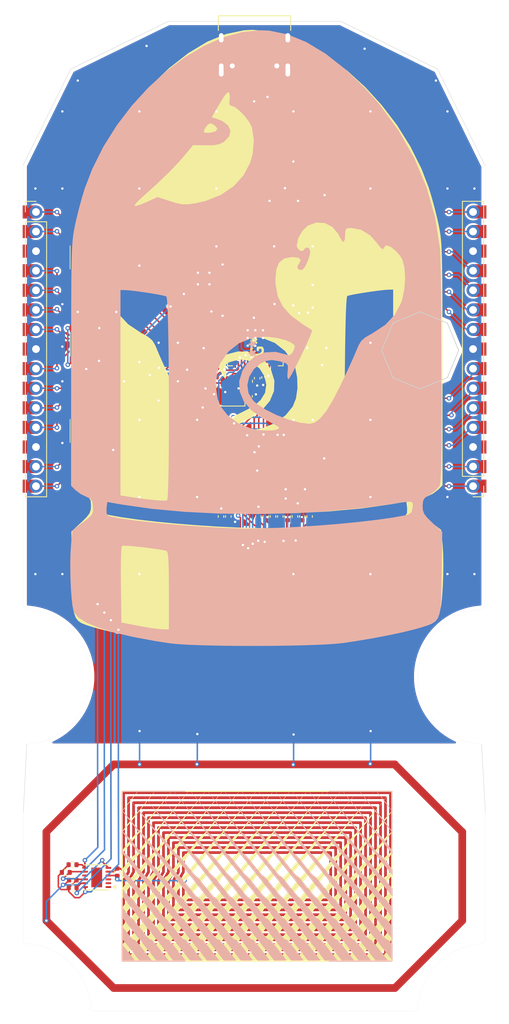
<source format=kicad_pcb>
(kicad_pcb (version 20241229) (generator "pcbnew") (generator_version "9.0")
  (layers (0 "F.Cu" signal) (2 "B.Cu" signal) (13 "F.Paste" user) (15 "B.Paste" user) (5 "F.SilkS" user "F.Silkscreen") (7 "B.SilkS" user "B.Silkscreen") (1 "F.Mask" user) (3 "B.Mask" user) (25 "Edge.Cuts" user))
  (net 0 "")
  (net 1 "+5V")
  (net 2 "GND")
  (net 3 "+3V3")
  (net 4 "+1V1")
  (net 5 "/XIN")
  (net 6 "Net-(C15-Pad2)")
  (net 7 "Net-(U5-VGL{slash}NC)")
  (net 8 "Net-(U5-VSH2)")
  (net 9 "Net-(U5-VDD)")
  (net 10 "Net-(U5-VPP)")
  (net 11 "Net-(U5-VSH1)")
  (net 12 "/PREVGH")
  (net 13 "Net-(U5-VSL)")
  (net 14 "/PREVGL")
  (net 15 "Net-(U5-VCOM)")
  (net 16 "Net-(D3-K)")
  (net 17 "Net-(D2-A)")
  (net 18 "Net-(D1-A)")
  (net 20 "/USB_D-")
  (net 21 "/USB_D+")
  (net 22 "Net-(J1-CC2)")
  (net 23 "Net-(J1-CC1)")
  (net 25 "/RESE")
  (net 26 "/GDR")
  (net 27 "Net-(U1-USB_DP)")
  (net 28 "/D+")
  (net 29 "/D-")
  (net 30 "Net-(U1-USB_DM)")
  (net 31 "/RESET")
  (net 32 "/XOUT")
  (net 33 "/QSPI_SS")
  (net 34 "Net-(R9-Pad1)")
  (net 35 "/NFC_SDA")
  (net 36 "/NFC_SCL")
  (net 37 "/NFC_GPO")
  (net 38 "/GPIO10")
  (net 39 "/EPD_MOSI")
  (net 40 "/EPD_CS")
  (net 42 "/GPIO29")
  (net 43 "/GPIO28")
  (net 44 "/QSPI_SD3")
  (net 45 "/GPIO21")
  (net 46 "/EPD_SCK")
  (net 47 "/GPIO24")
  (net 49 "/EPD_DC")
  (net 50 "/QSPI_SD0")
  (net 51 "/GPIO22")
  (net 52 "/GPIO25")
  (net 53 "/GPIO20")
  (net 54 "/GPIO27")
  (net 55 "/QSPI_SD1")
  (net 56 "/QSPI_SCK")
  (net 57 "/GPIO23")
  (net 58 "/EPD_RST")
  (net 59 "/EPD_BUSY")
  (net 60 "/GPIO26")
  (net 61 "/QSPI_SD2")
  (net 68 "Net-(U6-AC0)")
  (net 69 "Net-(U6-AC1)")
  (net 72 "/GPIO3")
  (net 73 "/GPIO6")
  (net 74 "/GPIO7")
  (net 75 "/GPIO4")
  (net 76 "/GPIO2")
  (net 77 "/GPIO1")
  (net 78 "/GPIO9")
  (net 79 "Net-(U1-GPIO0)")
  (net 80 "/GPIO5")
  (net 81 "/GPIO8")
  (footprint "Capacitor_SMD:C_0402_1005Metric" (layer "F.Cu") (at 168.931004 89.55629 -90)
    (property "Reference" "C26" (hide yes))
    (property "Value" "1uF")
  )
  (footprint "Capacitor_SMD:C_0402_1005Metric" (layer "F.Cu") (at 161.933004 60.145286 90)
    (property "Reference" "C9" (hide yes))
    (property "Value" "0.1uF")
  )
  (footprint "Capacitor_SMD:C_0402_1005Metric" (layer "F.Cu") (at 166.231004 61.05629)
    (property "Reference" "C3" (hide yes))
    (property "Value" "1uF")
  )
  (footprint "PICS:LINE3" (layer "F.Cu") (at 162.04 136.23)
    (property "Reference" "G***" (hide yes))
    (property "Value" "LOGO" (hide yes))
  )
  (footprint "LED_SMD:LED_0805_2012Metric" (layer "F.Cu") (at 168.133004 31.087786 -90)
    (property "Reference" "D1" (hide yes))
    (property "Value" "KT-0805G")
  )
  (footprint "Resistor_SMD:R_0402_1005Metric" (layer "F.Cu") (at 161.133004 72.025286 90)
    (property "Reference" "R6" (hide yes))
    (property "Value" "1K")
  )
  (footprint "Diode_SMD:D_SOD-123" (layer "F.Cu") (at 165.833004 86.175286 90)
    (property "Reference" "D2" (hide yes))
    (property "Value" "MBR0530")
  )
  (footprint "Capacitor_SMD:C_0402_1005Metric" (layer "F.Cu") (at 159.075504 55.65629)
    (property "Reference" "C16" (hide yes))
    (property "Value" "0.1uF")
  )
  (footprint "Capacitor_SMD:C_0402_1005Metric" (layer "F.Cu") (at 156.128004 67.650286 180)
    (property "Reference" "C7" (hide yes))
    (property "Value" "0.1uF")
  )
  (footprint "Capacitor_SMD:C_0402_1005Metric" (layer "F.Cu") (at 138.187294 136.715286)
    (property "Reference" "C29" (hide yes))
    (property "Value" "0.1uF")
  )
  (footprint "Resistor_SMD:R_0402_1005Metric" (layer "F.Cu") (at 138.748004 70.38379 180)
    (property "Reference" "R5" (hide yes))
    (property "Value" "10K")
  )
  (footprint "Inductor_SMD:L_Changjiang_FNR6028S" (layer "F.Cu") (at 161.333004 85.300286)
    (property "Reference" "L2")
    (property "Value" "68uH")
  )
  (footprint "Resistor_SMD:R_0402_1005Metric" (layer "F.Cu") (at 159.509502 34.935286 -90)
    (property "Reference" "R2" (hide yes))
    (property "Value" "5.1K")
  )
  (footprint "Resistor_SMD:R_0402_1005Metric" (layer "F.Cu") (at 138.167294 137.715286)
    (property "Reference" "R14" (hide yes))
    (property "Value" "10K")
  )
  (footprint "PICS:bill2" (layer "F.Cu") (at 162.18 66.42 -90)
    (property "Reference" "G***")
    (property "Value" "LOGO" (hide yes))
  )
  (footprint "Capacitor_SMD:C_0402_1005Metric" (layer "F.Cu") (at 161.133004 73.975286 90)
    (property "Reference" "C15" (hide yes))
    (property "Value" "33pF")
  )
  (footprint "kai's library:PinHeader_PAD_1x15_P2.54mm_Vertical" (layer "F.Cu") (at 190.158004 85.622915 180)
    (property "Reference" "J3" (hide yes))
    (property "Value" "Conn_01x15")
  )
  (footprint "Connector_USB:USB_C_Receptacle_HRO_TYPE-C-31-M-12" (layer "F.Cu") (at 161.783004 28.525286 180)
    (property "Reference" "J1" (hide yes))
    (property "Value" "USB_C_Receptacle_USB2.0_16P")
  )
  (footprint "kai's library:SW_Push_SPST_TSA016" (layer "F.Cu") (at 139.333004 55.95379 -90)
    (property "Reference" "SW3" (hide yes))
    (property "Value" "TSA016A2526B")
  )
  (footprint "Capacitor_SMD:C_0402_1005Metric" (layer "F.Cu") (at 167.031004 89.55629 -90)
    (property "Reference" "C24" (hide yes))
    (property "Value" "1uF")
  )
  (footprint "Capacitor_SMD:C_0402_1005Metric" (layer "F.Cu") (at 167.683004 67.675286)
    (property "Reference" "C4" (hide yes))
    (property "Value" "0.1uF")
  )
  (footprint "Capacitor_SMD:C_0402_1005Metric" (layer "F.Cu") (at 166.581004 62.95629)
    (property "Reference" "C6" (hide yes))
    (property "Value" "0.1uF")
  )
  (footprint "Diode_SMD:D_SOD-123" (layer "F.Cu") (at 170.583004 86.175286 90)
    (property "Reference" "D4" (hide yes))
    (property "Value" "MBR0530")
  )
  (footprint "Package_TO_SOT_SMD:SOT-223-3_TabPin2" (layer "F.Cu") (at 166.783004 54.05629 -90)
    (property "Reference" "U3" (hide yes))
    (property "Value" "NCP1117ST33T3G")
  )
  (footprint "Capacitor_SMD:C_0402_1005Metric" (layer "F.Cu") (at 158.381004 89.55629 -90)
    (property "Reference" "C18" (hide yes))
    (property "Value" "1uF")
  )
  (footprint "Package_DFN_QFN:QFN-56-1EP_7x7mm_P0.4mm_EP3.2x3.2mm" (layer "F.Cu") (at 161.892006 66.40629)
    (property "Reference" "U1" (hide yes))
    (property "Value" "RP2040")
  )
  (footprint "Capacitor_SMD:C_0402_1005Metric" (layer "F.Cu") (at 164.831004 60.62629 90)
    (property "Reference" "C12" (hide yes))
    (property "Value" "0.1uF")
  )
  (footprint "kai's library:PinHeader_PAD_1x15_P2.54mm_Vertical" (layer "F.Cu") (at 133.408004 50.06526)
    (property "Reference" "J2" (hide yes))
    (property "Value" "Conn_01x15")
  )
  (footprint "nfc:25x35mm-NFC" (layer "F.Cu") (at 179.609794 125.205336 -90)
    (property "Reference" "L1" (hide yes))
    (property "Value" "NFC Antenna")
  )
  (footprint "Capacitor_SMD:C_0402_1005Metric" (layer "F.Cu") (at 157.431004 89.55629 -90)
    (property "Reference" "C17" (hide yes))
    (property "Value" "1uF")
  )
  (footprint "Capacitor_SMD:C_0402_1005Metric" (layer "F.Cu") (at 162.133004 71.625286 -90)
    (property "Reference" "C5" (hide yes))
    (property "Value" "0.1uF")
  )
  (footprint "Package_TO_SOT_SMD:SOT-23" (layer "F.Cu") (at 165.283004 81.112786 -90)
    (property "Reference" "Q2" (hide yes))
    (property "Value" "IRLML2060")
  )
  (footprint "Resistor_SMD:R_0402_1005Metric" (layer "F.Cu") (at 168.133004 33.337786 180)
    (property "Reference" "R7" (hide yes))
    (property "Value" "220")
  )
  (footprint "Capacitor_SMD:C_0402_1005Metric" (layer "F.Cu") (at 162.281004 89.55629 -90)
    (property "Reference" "C19" (hide yes))
    (property "Value" "1uF")
  )
  (footprint "Crystal:Crystal_SMD_3225-4Pin_3.2x2.5mm" (layer "F.Cu") (at 158.833004 73.175286 90)
    (property "Reference" "Y1" (hide yes))
    (property "Value" "12MHz")
  )
  (footprint "Package_SO:SOIC-8_5.3x5.3mm_P1.27mm" (layer "F.Cu") (at 155.195504 58.65629)
    (property "Reference" "U4" (hide yes))
    (property "Value" "W25Q32JVSS")
  )
  (footprint "Capacitor_SMD:C_0603_1608Metric" (layer "F.Cu") (at 168.558004 83.025286 180)
    (property "Reference" "C27" (hide yes))
    (property "Value" "4.7uF")
  )
  (footprint "Capacitor_SMD:C_0402_1005Metric" (layer "F.Cu") (at 165.131004 89.55629 -90)
    (property "Reference" "C22" (hide yes))
    (property "Value" "1uF")
  )
  (footprint "Diode_SMD:D_SOD-123" (layer "F.Cu") (at 168.183004 86.175286 -90)
    (property "Reference" "D3" (hide yes))
    (property "Value" "MBR0530")
  )
  (footprint "Capacitor_SMD:C_0402_1005Metric" (layer "F.Cu") (at 157.181004 62.95629 180)
    (property "Reference" "C8" (hide yes))
    (property "Value" "0.1uF")
  )
  (footprint "Capacitor_SMD:C_0603_1608Metric" (layer "F.Cu") (at 159.633004 80.525286 -90)
    (property "Reference" "C28" (hide yes))
    (property "Value" "4.7uF")
  )
  (footprint "Package_TO_SOT_SMD:SOT-23-6" (layer "F.Cu") (at 161.722002 36.035286 -90)
    (property "Reference" "U2" (hide yes))
    (property "Value" "USBLC6-2SC6")
  )
  (footprint "kai's library:SW_Push_SPST_TSA016" (layer "F.Cu") (at 139.333004 67.20879 -90)
    (property "Reference" "SW1" (hide yes))
    (property "Value" "TSA016A2526B")
  )
  (footprint "Resistor_SMD:R_0402_1005Metric" (layer "F.Cu") (at 162.881004 60.80629 -90)
    (property "Reference" "R3" (hide yes))
    (property "Value" "22")
  )
  (footprint "Capacitor_SMD:C_0402_1005Metric" (layer "F.Cu") (at 143.957294 135.685286 -90)
    (property "Reference" "C30" (hide yes))
    (property "Value" "33pF")
  )
  (footprint "kai's library:LCSC_1x24-1MP_P0.5mm_Horizontal" (layer "F.Cu") (at 161.704506 94.52529)
    (property "Reference" "U5" (hide yes))
    (property "Value" "Conn")
  )
  (footprint "Capacitor_SMD:C_0402_1005Metric" (layer "F.Cu") (at 167.981004 89.55629 -90)
    (property "Reference" "C25" (hide yes))
    (property "Value" "1uF")
  )
  (footprint "Resistor_SMD:R_0402_1005Metric" (layer "F.Cu") (at 138.793004 81.625286)
    (property "Reference" "R9" (hide yes))
    (property "Value" "1K")
  )
  (footprint "Capacitor_SMD:C_0402_1005Metric" (layer "F.Cu") (at 166.081004 89.55629 -90)
    (property "Reference" "C23" (hide yes))
    (property "Value" "1uF")
  )
  (footprint "Resistor_SMD:R_0402_1005Metric" (layer "F.Cu") (at 151.295504 55.60629 180)
    (property "Reference" "R8" (hide yes))
    (property "Value" "10K")
  )
  (footprint "Capacitor_SMD:C_0402_1005Metric" (layer "F.Cu") (at 165.811004 62.00629)
    (property "Reference" "C10" (hide yes))
    (property "Value" "0.1uF")
  )
  (footprint "Resistor_SMD:R_0402_1005Metric" (layer "F.Cu") (at 137.277294 135.715286)
    (property "Reference" "R13" (hide yes))
    (property "Value" "10K")
  )
  (footprint "Resistor_SMD:R_0402_1005Metric" (layer "F.Cu") (at 138.157294 134.715286)
    (property "Reference" "R10" (hide yes))
    (property "Value" "10K")
  )
  (footprint "Capacitor_SMD:C_0402_1005Metric" (layer "F.Cu") (at 163.081004 71.53629 -90)
    (property "Reference" "C11" (hide yes))
    (property "Value" "1uF")
  )
  (footprint "Capacitor_SMD:C_0402_1005Metric" (layer "F.Cu") (at 156.535004 72.724282 90)
    (property "Reference" "C14" (hide yes))
    (property "Value" "33pF")
  )
  (footprint "Capacitor_SMD:C_0402_1005Metric" (layer "F.Cu") (at 163.231004 89.55629 -90)
    (property "Reference" "C20" (hide yes))
    (property "Value" "1uF")
  )
  (footprint "Capacitor_SMD:C_0402_1005Metric" (layer "F.Cu") (at 164.181004 89.55629 -90)
    (property "Reference" "C21" (hide yes))
    (property "Value" "1uF")
  )
  (footprint "Resistor_SMD:R_0402_1005Metric" (layer "F.Cu") (at 166.233004 78.190286 90)
    (property "Reference" "R11" (hide yes))
    (property "Value" "10K")
  )
  (footprint "kai's library:SW_Push_SPST_TSA016" (layer "F.Cu") (at 139.333004 78.45879 -90)
    (property "Reference" "SW2" (hide yes))
    (property "Value" "TSA016A2526B")
  )
  (footprint "Resistor_SMD:R_0402_1005Metric" (layer "F.Cu") (at 163.881004 60.80629 -90)
    (property "Reference" "R4" (hide yes))
    (property "Value" "22")
  )
  (footprint "Capacitor_SMD:C_0805_2012Metric" (layer "F.Cu") (at 167.131004 59.50629)
    (property "Reference" "C2" (hide yes))
    (property "Value" "10uF")
  )
  (footprint "Capacitor_SMD:C_0805_2012Metric" (layer "F.Cu") (at 165.783004 48.60629)
    (property "Reference" "C1" (hide yes))
    (property "Value" "10uF")
  )
  (footprint "Package_DFN_QFN:ST_UFDFPN-12-1EP_3x3mm_P0.5mm_EP1.4x2.55mm" (layer "F.Cu") (at 141.294794 136.365286 180)
    (property "Reference" "U6" (hide yes))
    (property "Value" "ST25DV04K-JFR6D3")
  )
  (footprint "Resistor_SMD:R_0402_1005Metric" (layer "F.Cu") (at 163.909502 34.935286 -90)
    (property "Reference" "R1" (hide yes))
    (property "Value" "5.1K")
  )
  (footprint "Capacitor_SMD:C_0402_1005Metric" (layer "F.Cu") (at 160.983004 59.795286 90)
    (property "Reference" "C13" (hide yes))
    (property "Value" "0.1uF")
  )
  (footprint "Resistor_SMD:R_0402_1005Metric" (layer "F.Cu") (at 164.333004 78.200286 90)
    (property "Reference" "R12" (hide yes))
    (property "Value" "0.47")
  )
  (footprint "PICS:bill2" (layer "B.Cu") (at 161.982923 66.475248 -90)
    (property "Reference" "G***")
    (property "Value" "LOGO" (hide yes))
  )
  (footprint "PICS:LINE3" (layer "B.Cu") (at 162.18 136.16 180)
    (property "Reference" "G***" (hide yes))
    (property "Value" "LOGO" (hide yes))
  )
  (gr_line (start 180.017745 121.705336) (end 143.492446 121.705336) (stroke (width 1)) (layer "F.Cu") (net 2))
  (gr_line (start 180.013846 150.705336) (end 143.496545 150.705336) (stroke (width 1)) (layer "F.Cu") (net 2))
  (gr_line (start 134.757145 130.444736) (end 134.757145 141.970035) (stroke (width 1)) (layer "F.Cu") (net 2))
  (gr_line (start 134.757145 141.970035) (end 143.496545 150.705336) (stroke (width 1)) (layer "F.Cu") (net 2))
  (gr_line (start 188.757145 130.448758) (end 188.757145 141.965936) (stroke (width 1)) (layer "F.Cu") (net 2))
  (gr_line (start 141.408004 123.050286) (end 141.432294 131.410286) (stroke (width 0.2)) (layer "B.Cu") (net 35))
  (gr_line (start 144.132294 134.660286) (end 144.108004 126.300286) (stroke (width 0.2)) (layer "B.Cu") (net 3))
  (gr_line (start 142.283004 124.425286) (end 142.307294 132.785286) (stroke (width 0.2)) (layer "B.Cu") (net 36))
  (gr_line (start 143.133004 125.075286) (end 143.157294 133.435286) (stroke (width 0.2)) (layer "B.Cu") (net 37))
  (gr_line (start 183.290237 63.013763) (end 186.825771 64.478229) (stroke (width 0.1)) (layer "Edge.Cuts"))
  (gr_line (start 191.735184 44.099435) (end 185.548004 31.530108) (stroke (width 0.05)) (layer "Edge.Cuts"))
  (gr_line (start 150.605143 25.342836) (end 172.978675 25.342926) (stroke (width 0.05)) (layer "Edge.Cuts"))
  (gr_line (start 178.290237 68.013763) (end 179.754703 71.549297) (stroke (width 0.1)) (layer "Edge.Cuts"))
  (gr_arc (start 132.232449 144.965718) (mid 137.946658 147.515738) (end 140.496684 153.229953) (stroke (width 0.01)) (layer "Edge.Cuts"))
  (gr_arc (start 191.735186 101.106426) (mid 191.59816 101.450294) (end 191.262213 101.605718) (stroke (width 0.01)) (layer "Edge.Cuts"))
  (gr_arc (start 132.208159 101.605718) (mid 140.485186 110.342926) (end 132.208159 119.080134) (stroke (width 0.01)) (layer "Edge.Cuts"))
  (gr_line (start 191.735184 44.099435) (end 191.735186 101.106426) (stroke (width 0.01)) (layer "Edge.Cuts"))
  (gr_line (start 183.290237 63.013763) (end 179.754703 64.478229) (stroke (width 0.1)) (layer "Edge.Cuts"))
  (gr_arc (start 132.232449 144.965718) (mid 131.89809 144.812003) (end 131.759476 144.471116) (stroke (width 0.01)) (layer "Edge.Cuts"))
  (gr_line (start 186.825771 71.549296) (end 183.290237 73.013763) (stroke (width 0.1)) (layer "Edge.Cuts"))
  (gr_line (start 178.290237 68.013763) (end 179.754703 64.478229) (stroke (width 0.1)) (layer "Edge.Cuts"))
  (gr_arc (start 183.022268 153.229953) (mid 185.572284 147.515745) (end 191.286503 144.965718) (stroke (width 0.01)) (layer "Edge.Cuts"))
  (gr_line (start 179.754703 71.549297) (end 183.290237 73.013763) (stroke (width 0.1)) (layer "Edge.Cuts"))
  (gr_line (start 186.82577 71.549296) (end 188.290237 68.013763) (stroke (width 0.1)) (layer "Edge.Cuts"))
  (gr_line (start 186.825771 64.478229) (end 188.290237 68.013763) (stroke (width 0.1)) (layer "Edge.Cuts"))
  (gr_line (start 172.978675 25.342926) (end 185.548004 31.530108) (stroke (width 0.05)) (layer "Edge.Cuts"))
  (gr_arc (start 191.262213 119.080134) (mid 182.985186 110.342926) (end 191.262213 101.605718) (stroke (width 0.01)) (layer "Edge.Cuts"))
  (gr_line (start 132.208159 119.080133) (end 131.759476 127.939426) (stroke (width 0.05)) (layer "Edge.Cuts"))
  (gr_line (start 131.735104 44.005996) (end 137.922356 31.530081) (stroke (width 0.05)) (layer "Edge.Cuts"))
  (gr_line (start 191.759476 127.944221) (end 191.759476 144.466426) (stroke (width 0.01)) (layer "Edge.Cuts"))
  (gr_line (start 131.759476 127.939426) (end 131.759476 144.471116) (stroke (width 0.01)) (layer "Edge.Cuts"))
  (gr_arc (start 132.208159 101.605718) (mid 131.8738 101.452003) (end 131.735186 101.111116) (stroke (width 0.01)) (layer "Edge.Cuts"))
  (gr_line (start 131.735104 44.005996) (end 131.735186 101.111116) (stroke (width 0.01)) (layer "Edge.Cuts"))
  (gr_line (start 137.92235 31.530081) (end 150.605143 25.342836) (stroke (width 0.05)) (layer "Edge.Cuts"))
  (gr_line (start 191.262213 119.080133) (end 191.759476 127.944221) (stroke (width 0.05)) (layer "Edge.Cuts"))
  (gr_line (start 182.518286 153.702926) (end 140.995976 153.702926) (stroke (width 0.01)) (layer "Edge.Cuts"))
  (gr_arc (start 191.759476 144.466426) (mid 191.62245 144.810294) (end 191.286503 144.965718) (stroke (width 0.01)) (layer "Edge.Cuts"))
  (gr_arc (start 183.022268 153.229953) (mid 182.865144 153.567539) (end 182.518286 153.702926) (stroke (width 0.01)) (layer "Edge.Cuts"))
  (gr_arc (start 140.995976 153.702926) (mid 140.652108 153.565905) (end 140.496684 153.229953) (stroke (width 0.01)) (layer "Edge.Cuts"))
  (gr_text "BOOT" (at 141.433004 77.394504 270) (layer "F.SilkS") (effects (font (size 0.5 0.5) (thickness 0.1) (bold yes)) (justify left bottom)))
  (gr_text "USER" (at 141.433004 54.8776 270) (layer "F.SilkS") (effects (font (size 0.5 0.5) (thickness 0.1) (bold yes)) (justify left bottom)))
  (gr_text "RESET" (at 141.433004 65.977838 270) (layer "F.SilkS") (effects (font (size 0.5 0.5) (thickness 0.1) (bold yes)) (justify left bottom)))
  (segment (start 136.133004 50.075286) (end 139.632004 53.574286) (width 0.2) (layer "F.Cu") (net 1))
  (segment (start 163.025574 30.575286) (end 164.233004 31.782716) (width 0.4) (layer "F.Cu") (net 1))
  (segment (start 169.333004 62.475286) (end 170.883004 60.925286) (width 0.2) (layer "F.Cu") (net 1))
  (segment (start 164.833004 34.125606) (end 164.833004 36.175286) (width 0.6) (layer "F.Cu") (net 1))
  (segment (start 165.733004 46.975286) (end 164.883004 46.975286) (width 0.2) (layer "F.Cu") (net 1))
  (segment (start 158.888502 34.105946) (end 159.140162 33.854286) (width 0.2) (layer "F.Cu") (net 1))
  (segment (start 159.333004 32.570286) (end 159.333004 31.782716) (width 0.4) (layer "F.Cu") (net 1))
  (segment (start 159.333004 36.016286) (end 159.140162 36.016286) (width 0.2) (layer "F.Cu") (net 1))
  (segment (start 162.365034 36.175286) (end 164.833004 36.175286) (width 0.2) (layer "F.Cu") (net 1))
  (segment (start 159.333004 33.854286) (end 159.333004 32.570286) (width 0.2) (layer "F.Cu") (net 1))
  (segment (start 164.833004 48.60629) (end 164.833004 50.55629) (width 0.6) (layer "F.Cu") (net 1))
  (segment (start 158.888502 35.125946) (end 159.079162 34.935286) (width 0.2) (layer "F.Cu") (net 1))
  (segment (start 155.777294 53.575286) (end 159.333004 50.019576) (width 0.2) (layer "F.Cu") (net 1))
  (segment (start 170.883004 60.925286) (end 170.883004 47.875286) (width 0.2) (layer "F.Cu") (net 1))
  (segment (start 170.573004 69.925286) (end 170.883004 69.925286) (width 0.2) (layer "F.Cu") (net 1))
  (segment (start 158.888502 34.744626) (end 158.888502 34.105946) (width 0.2) (layer "F.Cu") (net 1))
  (segment (start 140.928158 53.05279) (end 141.184004 53.308636) (width 0.2) (layer "F.Cu") (net 1))
  (segment (start 161.722002 36.818318) (end 162.365034 36.175286) (width 0.2) (layer "F.Cu") (net 1))
  (segment (start 141.184004 53.308636) (end 141.184004 53.575286) (width 0.2) (layer "F.Cu") (net 1))
  (segment (start 164.883004 46.975286) (end 164.833004 46.925286) (width 0.2) (layer "F.Cu") (net 1))
  (segment (start 170.883004 69.925286) (end 186.580633 85.622915) (width 0.2) (layer "F.Cu") (net 1))
  (segment (start 139.88785 53.05279) (end 140.928158 53.05279) (width 0.2) (layer "F.Cu") (net 1))
  (segment (start 187.030633 85.622915) (end 187.033004 85.625286) (width 0.2) (layer "F.Cu") (net 1))
  (segment (start 164.233004 32.570286) (end 164.233004 33.525606) (width 0.6) (layer "F.Cu") (net 1))
  (segment (start 159.079162 34.935286) (end 158.888502 34.744626) (width 0.2) (layer "F.Cu") (net 1))
  (segment (start 141.184004 53.575286) (end 155.777294 53.575286) (width 0.2) (layer "F.Cu") (net 1))
  (segment (start 159.140162 33.854286) (end 159.333004 33.854286) (width 0.2) (layer "F.Cu") (net 1))
  (segment (start 139.632004 53.308636) (end 139.88785 53.05279) (width 0.2) (layer "F.Cu") (net 1))
  (segment (start 139.632004 53.574286) (end 139.632004 53.308636) (width 0.2) (layer "F.Cu") (net 1))
  (segment (start 158.888502 35.764626) (end 158.888502 35.125946) (width 0.2) (layer "F.Cu") (net 1))
  (segment (start 186.580633 85.622915) (end 187.030633 85.622915) (width 0.2) (layer "F.Cu") (net 1))
  (segment (start 160.540434 30.575286) (end 163.025574 30.575286) (width 0.4) (layer "F.Cu") (net 1))
  (segment (start 159.140162 36.016286) (end 158.888502 35.764626) (width 0.2) (layer "F.Cu") (net 1))
  (segment (start 164.833004 46.925286) (end 164.833004 48.60629) (width 0.6) (layer "F.Cu") (net 1))
  (segment (start 159.333004 50.019576) (end 159.333004 36.016286) (width 0.2) (layer "F.Cu") (net 1))
  (segment (start 164.833004 36.175286) (end 164.833004 46.925286) (width 0.6) (layer "F.Cu") (net 1))
  (segment (start 164.233004 31.782716) (end 164.233004 32.570286) (width 0.4) (layer "F.Cu") (net 1))
  (segment (start 164.233004 33.525606) (end 164.833004 34.125606) (width 0.6) (layer "F.Cu") (net 1))
  (segment (start 159.333004 31.782716) (end 160.540434 30.575286) (width 0.4) (layer "F.Cu") (net 1))
  (via (at 136.133004 50.075286) (size 0.6) (drill 0.3) (layers "F.Cu" "B.Cu") (net 1))
  (via (at 170.883004 47.875286) (size 0.6) (drill 0.3) (layers "F.Cu" "B.Cu") (net 1))
  (via (at 169.333004 62.475286) (size 0.6) (drill 0.3) (layers "F.Cu" "B.Cu") (net 1))
  (via (at 165.733004 46.975286) (size 0.6) (drill 0.3) (layers "F.Cu" "B.Cu") (net 1))
  (via (at 187.033004 85.625286) (size 0.6) (drill 0.3) (layers "F.Cu" "B.Cu") (net 1))
  (via (at 170.573004 69.925286) (size 0.6) (drill 0.3) (layers "F.Cu" "B.Cu") (net 1))
  (segment (start 170.573004 69.925286) (end 171.123004 69.925286) (width 0.2) (layer "B.Cu") (net 1))
  (segment (start 187.033004 85.625286) (end 187.035375 85.622915) (width 0.2) (layer "B.Cu") (net 1))
  (segment (start 172.083004 68.965286) (end 172.083004 67.025286) (width 0.2) (layer "B.Cu") (net 1))
  (segment (start 172.083004 67.025286) (end 169.333004 64.275286) (width 0.2) (layer "B.Cu") (net 1))
  (segment (start 169.333004 64.275286) (end 169.333004 62.475286) (width 0.2) (layer "B.Cu") (net 1))
  (segment (start 171.123004 69.925286) (end 172.083004 68.965286) (width 0.2) (layer "B.Cu") (net 1))
  (segment (start 169.983004 46.975286) (end 165.733004 46.975286) (width 0.2) (layer "B.Cu") (net 1))
  (segment (start 133.525209 50.06526) (end 136.122978 50.06526) (width 0.2) (layer "B.Cu") (net 1))
  (segment (start 187.035375 85.622915) (end 189.945209 85.622915) (width 0.2) (layer "B.Cu") (net 1))
  (segment (start 170.883004 47.875286) (end 169.983004 46.975286) (width 0.2) (layer "B.Cu") (net 1))
  (segment (start 136.122978 50.06526) (end 136.133004 50.075286) (width 0.2) (layer "B.Cu") (net 1))
  (segment (start 166.733004 48.60629) (end 167.414008 48.60629) (width 0.2) (layer "F.Cu") (net 2))
  (segment (start 166.857294 121.685286) (end 166.807294 121.735286) (width 0.2) (layer "F.Cu") (net 2))
  (segment (start 142.007294 134.135286) (end 142.007294 134.315286) (width 0.2) (layer "F.Cu") (net 2))
  (segment (start 155.258004 67.650286) (end 155.183004 67.725286) (width 0.2) (layer "F.Cu") (net 2))
  (segment (start 142.007294 134.315286) (end 142.807294 135.115286) (width 0.2) (layer "F.Cu") (net 2))
  (segment (start 156.701004 62.95629) (end 156.202 62.95629) (width 0.2) (layer "F.Cu") (net 2))
  (segment (start 163.081004 72.01629) (end 163.081004 72.32531) (width 0.2) (layer "F.Cu") (net 2))
  (segment (start 161.722002 34.897786) (end 161.722002 35.714284) (width 0.2) (layer "F.Cu") (net 2))
  (segment (start 166.642844 62.00629) (end 166.810448 62.173894) (width 0.2) (layer "F.Cu") (net 2))
  (segment (start 157.431004 88.558202) (end 157.470425 88.518781) (width 0.2) (layer "F.Cu") (net 2))
  (segment (start 154.357294 121.635286) (end 154.307294 121.685286) (width 0.2) (layer "F.Cu") (net 2))
  (segment (start 137.707294 136.715286) (end 137.087511 137.335069) (width 0.2) (layer "F.Cu") (net 2))
  (segment (start 156.535004 73.204282) (end 156.535004 73.694282) (width 0.2) (layer "F.Cu") (net 2))
  (segment (start 167.364008 62.95629) (end 167.583004 63.175286) (width 0.2) (layer "F.Cu") (net 2))
  (segment (start 168.163004 67.675286) (end 168.633004 67.675286) (width 0.2) (layer "F.Cu") (net 2))
  (segment (start 166.291004 62.00629) (end 166.642844 62.00629) (width 0.2) (layer "F.Cu") (net 2))
  (segment (start 156.202 62.95629) (end 156.183004 62.975286) (width 0.2) (layer "F.Cu") (net 2))
  (segment (start 162.133004 72.105286) (end 162.133004 72.575286) (width 0.2) (layer "F.Cu") (net 2))
  (segment (start 159.683004 72.917282) (end 159.710004 72.944282) (width 0.2) (layer "F.Cu") (net 2))
  (segment (start 143.492446 121.709435) (end 134.757145 130.444736) (width 1) (layer "F.Cu") (net 2))
  (segment (start 161.257023 68.907161) (end 160.892006 69.272178) (width 0.2) (layer "F.Cu") (net 2))
  (segment (start 180.017745 121.705336) (end 180.017745 121.746035) (width 1) (layer "F.Cu") (net 2))
  (segment (start 161.722002 35.714284) (end 161.733004 35.725286) (width 0.2) (layer "F.Cu") (net 2))
  (segment (start 163.081004 72.32531) (end 162.907016 72.499298) (width 0.2) (layer "F.Cu") (net 2))
  (segment (start 137.087511 137.335069) (end 136.915876 137.335069) (width 0.2) (layer "F.Cu") (net 2))
  (segment (start 151.608004 60.56129) (end 152.470478 60.56129) (width 0.2) (layer "F.Cu") (net 2))
  (segment (start 152.470478 60.56129) (end 152.608739 60.699551) (width 0.2) (layer "F.Cu") (net 2))
  (segment (start 161.222024 74.455286) (end 161.959016 73.718294) (width 0.2) (layer "F.Cu") (net 2))
  (segment (start 167.061004 62.95629) (end 167.364008 62.95629) (width 0.2) (layer "F.Cu") (net 2))
  (segment (start 157.983004 73.421282) (end 157.985004 73.419282) (width 0.2) (layer "F.Cu") (net 2))
  (segment (start 161.376446 68.907161) (end 161.257023 68.907161) (width 0.2) (layer "F.Cu") (net 2))
  (segment (start 180.017745 150.705336) (end 180.013846 150.705336) (width 1) (layer "F.Cu") (net 2))
  (segment (start 188.757145 141.965936) (end 180.017745 150.705336) (width 1) (layer "F.Cu") (net 2))
  (segment (start 167.414008 48.60629) (end 167.433004 48.625286) (width 0.2) (layer "F.Cu") (net 2))
  (segment (start 180.017745 121.746035) (end 188.757145 130.485435) (width 1) (layer "F.Cu") (net 2))
  (segment (start 155.648004 67.650286) (end 155.258004 67.650286) (width 0.2) (layer "F.Cu") (net 2))
  (segment (start 176.857294 121.585286) (end 176.807294 121.635286) (width 0.2) (layer "F.Cu") (net 2))
  (segment (start 157.431004 89.07629) (end 157.431004 88.558202) (width 0.2) (layer "F.Cu") (net 2))
  (segment (start 163.771502 35.445286) (end 163.472002 35.145786) (width 0.2) (layer "F.Cu") (net 2))
  (segment (start 157.983004 74.275286) (end 157.983004 73.421282) (width 0.2) (layer "F.Cu") (net 2))
  (segment (start 160.892006 69.272178) (end 160.892006 69.84379) (width 0.2) (layer "F.Cu") (net 2))
  (segment (start 159.683004 72.075286) (end 159.683004 72.917282) (width 0.2) (layer "F.Cu") (net 2))
  (via (at 162.892006 65.40629) (size 0.6) (drill 0.3) (layers "F.Cu" "B.Cu") (net 2))
  (via (at 144.833004 72.025286) (size 0.6) (drill 0.3) (layers "F.Cu" "B.Cu") (net 2))
  (via (at 133.333004 47.025286) (size 0.6) (drill 0.3) (layers "F.Cu" "B.Cu") (net 2))
  (via (at 185.333004 33.025286) (size 0.6) (drill 0.3) (layers "F.Cu" "B.Cu") (net 2))
  (via (at 146.833004 87.025286) (size 0.6) (drill 0.3) (layers "F.Cu" "B.Cu") (net 2))
  (via (at 190.333004 47.025286) (size 0.6) (drill 0.3) (layers "F.Cu" "B.Cu") (net 2))
  (via (at 156.833004 47.025286) (size 0.6) (drill 0.3) (layers "F.Cu" "B.Cu") (net 2))
  (via (at 151.833004 72.025286) (size 0.6) (drill 0.3) (layers "F.Cu" "B.Cu") (net 2))
  (via (at 156.833004 54.525286) (size 0.6) (drill 0.3) (layers "F.Cu" "B.Cu") (net 2))
  (via (at 154.357294 117.77) (size 0.6) (drill 0.3) (layers "F.Cu" "B.Cu") (net 2))
  (via (at 160.892006 67.40629) (size 0.6) (drill 0.3) (layers "F.Cu" "B.Cu") (net 2))
  (via (at 160.833004 79.025286) (size 0.6) (drill 0.3) (layers "F.Cu" "B.Cu") (net 2))
  (via (at 166.810448 62.173894) (size 0.6) (drill 0.3) (layers "F.Cu" "B.Cu") (net 2))
  (via (at 134.757145 141.970035) (size 0.6) (drill 0.3) (layers "F.Cu" "B.Cu") (net 2))
  (via (at 161.376446 68.907161) (size 0.6) (drill 0.3) (layers "F.Cu" "B.Cu") (net 2))
  (via (at 138.833004 33.025286) (size 0.6) (drill 0.3) (layers "F.Cu" "B.Cu") (net 2))
  (via (at 160.892006 65.40629) (size 0.6) (drill 0.3) (layers "F.Cu" "B.Cu") (net 2))
  (via (at 147.767294 28.535286) (size 0.6) (drill 0.3) (layers "F.Cu" "B.Cu") (net 2))
  (via (at 186.833004 97.025286) (size 0.6) (drill 0.3) (layers "F.Cu" "B.Cu") (net 2))
  (via (at 176.807294 121.635286) (size 0.6) (drill 0.3) (layers "F.Cu" "B.Cu") (net 2))
  (via (at 149.333004 74.525286) (size 0.6) (drill 0.3) (layers "F.Cu" "B.Cu") (net 2))
  (via (at 156.535004 73.694282) (size 0.6) (drill 0.3) (layers "F.Cu" "B.Cu") (net 2))
  (via (at 163.733004 48.625286) (size 0.6) (drill 0.3) (layers "F.Cu" "B.Cu") (net 2))
  (via (at 161.892006 67.40629) (size 0.6) (drill 0.3) (layers "F.Cu" "B.Cu") (net 2))
  (via (at 136.833004 72.025286) (size 0.6) (drill 0.3) (layers "F.Cu" "B.Cu") (net 2))
  (via (at 176.833004 47.025286) (size 0.6) (drill 0.3) (layers "F.Cu" "B.Cu") (net 2))
  (via (at 162.892006 66.40629) (size 0.6) (drill 0.3) (layers "F.Cu" "B.Cu") (net 2))
  (via (at 186.833004 47.025286) (size 0.6) (drill 0.3) (layers "F.Cu" "B.Cu") (net 2))
  (via (at 161.733004 35.725286) (size 0.6) (drill 0.3) (layers "F.Cu" "B.Cu") (net 2))
  (via (at 143.833004 63.025286) (size 0.6) (drill 0.3) (layers "F.Cu" "B.Cu") (net 2))
  (via (at 146.833004 57.025286) (size 0.6) (drill 0.3) (layers "F.Cu" "B.Cu") (net 2))
  (via (at 155.183004 67.725286) (size 0.6) (drill 0.3) (layers "F.Cu" "B.Cu") (net 2))
  (via (at 149.333004 67.025286) (size 0.6) (drill 0.3) (layers "F.Cu" "B.Cu") (net 2))
  (via (at 176.833004 87.025286) (size 0.6) (drill 0.3) (layers "F.Cu" "B.Cu") (net 2))
  (via (at 168.633004 67.675286) (size 0.6) (drill 0.3) (layers "F.Cu" "B.Cu") (net 2))
  (via (at 154.433004 59.450286) (size 0.6) (drill 0.3) (layers "F.Cu" "B.Cu") (net 2))
  (via (at 163.472002 35.145786) (size 0.6) (drill 0.3) (layers "F.Cu" "B.Cu") (net 2))
  (via (at 186.833004 87.025286) (size 0.6) (drill 0.3) (layers "F.Cu" "B.Cu") (net 2))
  (via (at 156.833004 37.025286) (size 0.6) (drill 0.3) (layers "F.Cu" "B.Cu") (net 2))
  (via (at 176.833004 77.025286) (size 0.6) (drill 0.3) (layers "F.Cu" "B.Cu") (net 2))
  (via (at 157.985004 73.419282) (size 0.6) (drill 0.3) (layers "F.Cu" "B.Cu") (net 2))
  (via (at 162.133004 72.575286) (size 0.6) (drill 0.3) (layers "F.Cu" "B.Cu") (net 2))
  (via (at 133.333004 97.025286) (size 0.6) (drill 0.3) (layers "F.Cu" "B.Cu") (net 2))
  (via (at 159.258004 90.250286) (size 0.6) (drill 0.3) (layers "F.Cu" "B.Cu") (net 2))
  (via (at 141.633004 65.125286) (size 0.6) (drill 0.3) (layers "F.Cu" "B.Cu") (net 2))
  (via (at 166.833004 97.025286) (size 0.6) (drill 0.3) (layers "F.Cu" "B.Cu") (net 2))
  (via (at 161.892006 66.40629) (size 0.6) (drill 0.3) (layers "F.Cu" "B.Cu") (net 2))
  (via (at 161.892006 65.40629) (size 0.6) (drill 0.3) (layers "F.Cu" "B.Cu") (net 2))
  (via (at 166.833004 77.025286) (size 0.6) (drill 0.3) (layers "F.Cu" "B.Cu") (net 2))
  (via (at 146.833004 47.025286) (size 0.6) (drill 0.3) (layers "F.Cu" "B.Cu") (net 2))
  (via (at 154.333004 87.025286) (size 0.6) (drill 0.3) (layers "F.Cu" "B.Cu") (net 2))
  (via (at 154.333004 77.025286) (size 0.6) (drill 0.3) (layers "F.Cu" "B.Cu") (net 2))
  (via (at 162.907016 72.499298) (size 0.6) (drill 0.3) (layers "F.Cu" "B.Cu") (net 2))
  (via (at 159.710004 72.944282) (size 0.6) (drill 0.3) (layers "F.Cu" "B.Cu") (net 2))
  (via (at 166.833004 43.525286) (size 0.6) (drill 0.3) (layers "F.Cu" "B.Cu") (net 2))
  (via (at 154.433004 57.950286) (size 0.6) (drill 0.3) (layers "F.Cu" "B.Cu") (net 2))
  (via (at 146.857294 117.385286) (size 0.6) (drill 0.3) (layers "F.Cu" "B.Cu") (net 2))
  (via (at 157.470425 88.518781) (size 0.6) (drill 0.3) (layers "F.Cu" "B.Cu") (net 2))
  (via (at 169.333004 54.525286) (size 0.6) (drill 0.3) (layers "F.Cu" "B.Cu") (net 2))
  (via (at 142.007294 134.135286) (size 0.6) (drill 0.3) (layers "F.Cu" "B.Cu") (net 2))
  (via (at 151.833004 67.025286) (size 0.6) (drill 0.3) (layers "F.Cu" "B.Cu") (net 2))
  (via (at 136.833004 97.025286) (size 0.6) (drill 0.3) (layers "F.Cu" "B.Cu") (net 2))
  (via (at 167.433004 48.625286) (size 0.6) (drill 0.3) (layers "F.Cu" "B.Cu") (net 2))
  (via (at 176.833004 97.025286) (size 0.6) (drill 0.3) (layers "F.Cu" "B.Cu") (net 2))
  (via (at 146.833004 37.025286) (size 0.6) (drill 0.3) (layers "F.Cu" "B.Cu") (net 2))
  (via (at 136.833004 62.025286) (size 0.6) (drill 0.3) (layers "F.Cu" "B.Cu") (net 2))
  (via (at 164.333004 54.525286) (size 0.6) (drill 0.3) (layers "F.Cu" "B.Cu") (net 2))
  (via (at 136.833004 47.025286) (size 0.6) (drill 0.3) (layers "F.Cu" "B.Cu") (net 2))
  (via (at 156.183004 62.975286) (size 0.6) (drill 0.3) (layers "F.Cu" "B.Cu") (net 2))
  (via (at 165.833004 86.025286) (size 0.6) (drill 0.3) (layers "F.Cu" "B.Cu") (net 2))
  (via (at 176.077294 28.895286) (size 0.6) (drill 0.3) (layers "F.Cu" "B.Cu") (net 2))
  (via (at 161.959016 73.718294) (size 0.6) (drill 0.3) (layers "F.Cu" "B.Cu") (net 2))
  (via (at 170.833004 82.025286) (size 0.6) (drill 0.3) (layers "F.Cu" "B.Cu") (net 2))
  (via (at 166.807294 121.735286) (size 0.6) (drill 0.3) (layers "F.Cu" "B.Cu") (net 2))
  (via (at 160.892006 66.40629) (size 0.6) (drill 0.3) (layers "F.Cu" "B.Cu") (net 2))
  (via (at 166.857294 117.83) (size 0.6) (drill 0.3) (layers "F.Cu" "B.Cu") (net 2))
  (via (at 168.333004 86.025286) (size 0.6) (drill 0.3) (layers "F.Cu" "B.Cu") (net 2))
  (via (at 155.933004 59.450286) (size 0.6) (drill 0.3) (layers "F.Cu" "B.Cu") (net 2))
  (via (at 171.113004 67.715286) (size 0.6) (drill 0.3) (layers "F.Cu" "B.Cu") (net 2))
  (via (at 136.915876 137.335069) (size 0.6) (drill 0.3) (layers "F.Cu" "B.Cu") (net 2))
  (via (at 167.583004 63.175286) (size 0.6) (drill 0.3) (layers "F.Cu" "B.Cu") (net 2))
  (via (at 155.933004 57.950286) (size 0.6) (drill 0.3) (layers "F.Cu" "B.Cu") (net 2))
  (via (at 141.583004 69.375286) (size 0.6) (drill 0.3) (layers "F.Cu" "B.Cu") (net 2))
  (via (at 186.833004 37.025286) (size 0.6) (drill 0.3) (layers "F.Cu" "B.Cu") (net 2))
  (via (at 176.833004 67.025286) (size 0.6) (drill 0.3) (layers "F.Cu" "B.Cu") (net 2))
  (via (at 176.833004 37.025286) (size 0.6) (drill 0.3) (layers "F.Cu" "B.Cu") (net 2))
  (via (at 169.333004 77.025286) (size 0.6) (drill 0.3) (layers "F.Cu" "B.Cu") (net 2))
  (via (at 146.833004 77.025286) (size 0.6) (drill 0.3) (layers "F.Cu" "B.Cu") (net 2))
  (via (at 154.307294 121.685286) (size 0.6) (drill 0.3) (layers "F.Cu" "B.Cu") (net 2))
  (via (at 176.857294 117.385286) (size 0.6) (drill 0.3) (layers "F.Cu" "B.Cu") (net 2))
  (via (at 169.333004 59.525286) (size 0.6) (drill 0.3) (layers "F.Cu" "B.Cu") (net 2))
  (via (at 166.833004 37.025286) (size 0.6) (drill 0.3) (layers "F.Cu" "B.Cu") (net 2))
  (via (at 146.833004 69.525286) (size 0.6) (drill 0.3) (layers "F.Cu" "B.Cu") (net 2))
  (via (at 146.833004 97.025286) (size 0.6) (drill 0.3) (layers "F.Cu" "B.Cu") (net 2))
  (via (at 152.608739 60.699551) (size 0.6) (drill 0.3) (layers "F.Cu" "B.Cu") (net 2))
  (via (at 136.833004 67.525286) (size 0.6) (drill 0.3) (layers "F.Cu" "B.Cu") (net 2))
  (via (at 146.857294 121.705336) (size 0.6) (drill 0.3) (layers "F.Cu" "B.Cu") (net 2))
  (via (at 136.833004 80.025286) (size 0.6) (drill 0.3) (layers "F.Cu" "B.Cu") (net 2))
  (via (at 136.833004 37.025286) (size 0.6) (drill 0.3) (layers "F.Cu" "B.Cu") (net 2))
  (via (at 190.333004 97.025286) (size 0.6) (drill 0.3) (layers "F.Cu" "B.Cu") (net 2))
  (segment (start 176.857294 117.385286) (end 176.857294 121.585286) (width 0.2) (layer "B.Cu") (net 2))
  (segment (start 154.357294 121.635286) (end 154.307294 121.685286) (width 0.2) (layer "B.Cu") (net 2))
  (segment (start 138.807511 137.335069) (end 142.007294 134.135286) (width 0.2) (layer "B.Cu") (net 2))
  (segment (start 176.857294 121.585286) (end 176.807294 121.635286) (width 0.2) (layer "B.Cu") (net 2))
  (segment (start 154.357294 117.77) (end 154.357294 121.635286) (width 0.2) (layer "B.Cu") (net 2))
  (segment (start 146.857294 117.385286) (end 146.857294 121.705336) (width 0.2) (layer "B.Cu") (net 2))
  (segment (start 134.757145 139.4938) (end 134.757145 141.970035) (width 0.2) (layer "B.Cu") (net 2))
  (segment (start 166.857294 117.83) (end 166.857294 121.685286) (width 0.2) (layer "B.Cu") (net 2))
  (segment (start 136.915876 137.335069) (end 138.807511 137.335069) (width 0.2) (layer "B.Cu") (net 2))
  (segment (start 136.915876 137.335069) (end 134.757145 139.4938) (width 0.2) (layer "B.Cu") (net 2))
  (segment (start 166.857294 121.685286) (end 166.807294 121.735286) (width 0.2) (layer "B.Cu") (net 2))
  (segment (start 156.608004 67.650286) (end 153.733004 70.525286) (width 0.2) (layer "F.Cu") (net 3))
  (segment (start 187.033004 78.225286) (end 183.033004 78.225286) (width 0.2) (layer "F.Cu") (net 3))
  (segment (start 162.492006 63.504064) (end 162.492006 62.96879) (width 0.2) (layer "F.Cu") (net 3))
  (segment (start 164.591006 68.750286) (end 164.583004 68.750286) (width 0.2) (layer "F.Cu") (net 3))
  (segment (start 136.133004 60.325286) (end 138.833004 63.025286) (width 0.2) (layer "F.Cu") (net 3))
  (segment (start 167.392004 60.65832) (end 167.392004 61.784286) (width 0.4) (layer "F.Cu") (net 3))
  (segment (start 167.952004 68.424286) (end 167.203004 67.675286) (width 0.2) (layer "F.Cu") (net 3))
  (segment (start 166.239974 59.50629) (end 167.392004 60.65832) (width 0.4) (layer "F.Cu") (net 3))
  (segment (start 136.767294 135.595286) (end 137.647294 134.715286) (width 0.2) (layer "F.Cu") (net 3))
  (segment (start 160.783004 83.600286) (end 159.083004 85.300286) (width 0.4) (layer "F.Cu") (net 3))
  (segment (start 161.294064 64.386346) (end 160.714008 63.80629) (width 0.2) (layer "F.Cu") (net 3))
  (segment (start 139.807294 138.235286) (end 139.807294 137.640286) (width 0.2) (layer "F.Cu") (net 3))
  (segment (start 166.181004 59.50629) (end 166.181004 57.80829) (width 0.6) (layer "F.Cu") (net 3))
  (segment (start 158.595504 55.65629) (end 158.595504 56.56379) (width 0.2) (layer "F.Cu") (net 3))
  (segment (start 162.695232 63.70729) (end 162.492006 63.504064) (width 0.2) (layer "F.Cu") (net 3))
  (segment (start 162.016176 64.386346) (end 161.294064 64.386346) (width 0.2) (layer "F.Cu") (net 3))
  (segment (start 168.643004 49.04629) (end 166.783004 50.90629) (width 0.2) (layer "F.Cu") (net 3))
  (segment (start 162.135004 83.600286) (end 160.783004 83.600286) (width 0.4) (layer "F.Cu") (net 3))
  (segment (start 165.751004 61.05629) (end 165.610004 61.19729) (width 0.4) (layer "F.Cu") (net 3))
  (segment (start 165.329506 67.40629) (end 166.934008 67.40629) (width 0.2) (layer "F.Cu") (net 3))
  (segment (start 139.933004 70.425286) (end 149.233004 70.425286) (width 0.2) (layer "F.Cu") (net 3))
  (segment (start 136.314876 136.167704) (end 136.314876 137.584012) (width 0.2) (layer "F.Cu") (net 3))
  (segment (start 168.643004 33.337786) (end 168.643004 49.04629) (width 0.2) (layer "F.Cu") (net 3))
  (segment (start 164.591006 63.967284) (end 164.591006 67.203064) (width 0.2) (layer "F.Cu") (net 3))
  (segment (start 159.108004 63.80629) (end 159.193006 63.891292) (width 0.2) (layer "F.Cu") (net 3))
  (segment (start 159.083004 85.300286) (end 159.083004 81.850286) (width 0.4) (layer "F.Cu") (net 3))
  (segment (start 139.782294 136.615286) (end 138.767294 136.615286) (width 0.2) (layer "F.Cu") (net 3))
  (segment (start 164.591006 67.592284) (end 164.591006 68.750286) (width 0.2) (layer "F.Cu") (net 3))
  (segment (start 157.661004 63.497286) (end 157.633004 63.525286) (width 0.2) (layer "F.Cu") (net 3))
  (segment (start 162.092006 69.308516) (end 162.092006 69.84379) (width 0.2) (layer "F.Cu") (net 3))
  (segment (start 164.777 67.40629) (end 164.591006 67.592284) (width 0.2) (layer "F.Cu") (net 3))
  (segment (start 165.610004 62.46529) (end 166.101004 62.95629) (width 0.4) (layer "F.Cu") (net 3))
  (segment (start 162.295232 69.10529) (end 162.092006 69.308516) (width 0.2) (layer "F.Cu") (net 3))
  (segment (start 164.492006 62.845288) (end 165.331004 62.00629) (width 0.2) (layer "F.Cu") (net 3))
  (segment (start 163.403506 91.67629) (end 163.403506 91.62529) (width 0.4) (layer "F.Cu") (net 3))
  (segment (start 159.193006 63.891292) (end 159.193006 67.203064) (width 0.2) (layer "F.Cu") (net 3))
  (segment (start 137.657294 138.185229) (end 137.657294 137.715286) (width 0.2) (layer "F.Cu") (net 3))
  (segment (start 166.783004 50.90629) (end 166.783004 57.20629) (width 0.6) (layer "F.Cu") (net 3))
  (segment (start 164.591006 67.203064) (end 164.794232 67.40629) (width 0.2) (layer "F.Cu") (net 3))
  (segment (start 139.8995 70.45879) (end 139.333004 70.45879) (width 0.2) (layer "F.Cu") (net 3))
  (segment (start 162.954506 90.709792) (end 162.954506 91.62529) (width 0.2) (layer "F.Cu") (net 3))
  (segment (start 162.695232 63.70729) (end 162.016176 64.386346) (width 0.2) (layer "F.Cu") (net 3))
  (segment (start 164.752 63.80629) (end 164.591006 63.967284) (width 0.2) (layer "F.Cu") (net 3))
  (segment (start 139.056294 138.986286) (end 138.458351 138.986286) (width 0.2) (layer "F.Cu") (net 3))
  (segment (start 157.661004 62.95629) (end 157.661004 63.497286) (width 0.2) (layer "F.Cu") (net 3))
  (segment (start 162.093006 60.785288) (end 162.093006 62.96879) (width 0.2) (layer "F.Cu") (net 3))
  (segment (start 165.329506 67.40629) (end 164.777 67.40629) (width 0.2) (layer "F.Cu") (net 3))
  (segment (start 136.767294 135.715286) (end 136.314876 136.167704) (width 0.2) (layer "F.Cu") (net 3))
  (segment (start 149.233004 70.425286) (end 149.383004 70.275286) (width 0.2) (layer "F.Cu") (net 3))
  (segment (start 162.297427 88.29629) (end 162.297427 83.762709) (width 0.4) (layer "F.Cu") (net 3))
  (segment (start 165.610004 61.19729) (end 165.610004 62.46529) (width 0.4) (layer "F.Cu") (net 3))
  (segment (start 165.751004 59.93629) (end 166.181004 59.50629) (width 0.4) (layer "F.Cu") (net 3))
  (segment (start 156.852 67.40629) (end 156.608004 67.650286) (width 0.2) (layer "F.Cu") (net 3))
  (segment (start 158.454506 67.40629) (end 156.852 67.40629) (width 0.2) (layer "F.Cu") (net 3))
  (segment (start 164.583004 68.750286) (end 164.228 69.10529) (width 0.2) (layer "F.Cu") (net 3))
  (segment (start 138.657294 136.715286) (end 137.657294 137.715286) (width 0.2) (layer "F.Cu") (net 3))
  (segment (start 163.110314 92.845008) (end 163.110314 91.730098) (width 0.4) (layer "F.Cu") (net 3))
  (segment (start 150.658004 97.700286) (end 159.983004 97.700286) (width 0.2) (layer "F.Cu") (net 3))
  (segment (start 136.666933 137.936069) (end 137.436511 137.936069) (width 0.2) (layer "F.Cu") (net 3))
  (segment (start 165.329506 63.80629) (end 165.329506 63.727788) (width 0.2) (layer "F.Cu") (net 3))
  (segment (start 173.232004 68.424286) (end 167.952004 68.424286) (width 0.2) (layer "F.Cu") (net 3))
  (segment (start 164.092006 62.96879) (end 164.092006 63.516284) (width 0.2) (layer "F.Cu") (net 3))
  (segment (start 139.933004 70.425286) (end 139.8995 70.45879) (width 0.2) (layer "F.Cu") (net 3))
  (segment (start 157.633004 56.875286) (end 158.659008 56.875286) (width 0.2) (layer "F.Cu") (net 3))
  (segment (start 165.329506 63.727788) (end 166.101004 62.95629) (width 0.2) (layer "F.Cu") (net 3))
  (segment (start 165.751004 61.05629) (end 165.751004 59.93629) (width 0.4) (layer "F.Cu") (net 3))
  (segment (start 163.901 63.70729) (end 162.695232 63.70729) (width 0.2) (layer "F.Cu") (net 3))
  (segment (start 164.794232 67.40629) (end 165.329506 67.40629) (width 0.2) (layer "F.Cu") (net 3))
  (segment (start 159.983004 97.700286) (end 163.110314 94.572976) (width 0.2) (layer "F.Cu") (net 3))
  (segment (start 136.133004 60.225286) (end 136.133004 60.325286) (width 0.2) (layer "F.Cu") (net 3))
  (segment (start 163.110314 91.969482) (end 163.403506 91.67629) (width 0.4) (layer "F.Cu") (net 3))
  (segment (start 153.733004 70.525286) (end 153.033004 70.525286) (width 0.2) (layer "F.Cu") (net 3))
  (segment (start 137.436511 137.936069) (end 137.657294 137.715286) (width 0.2) (layer "F.Cu") (net 3))
  (segment (start 159.193006 67.203064) (end 158.98978 67.40629) (width 0.2) (layer "F.Cu") (net 3))
  (segment (start 163.110314 91.730098) (end 163.005506 91.62529) (width 0.4) (layer "F.Cu") (net 3))
  (segment (start 162.092006 69.84379) (end 162.092006 71.104288) (width 0.2) (layer "F.Cu") (net 3))
  (segment (start 157.661004 63.012788) (end 158.454506 63.80629) (width 0.2) (layer "F.Cu") (net 3))
  (segment (start 159.108004 63.80629) (end 158.454506 63.80629) (width 0.2) (layer "F.Cu") (net 3))
  (segment (start 136.314876 137.584012) (end 136.666933 137.936069) (width 0.2) (layer "F.Cu") (net 3))
  (segment (start 164.092006 62.96879) (end 164.492006 62.96879) (width 0.2) (layer "F.Cu") (net 3))
  (segment (start 164.228 69.10529) (end 162.295232 69.10529) (width 0.2) (layer "F.Cu") (net 3))
  (segment (start 165.329506 63.80629) (end 164.752 63.80629) (width 0.2) (layer "F.Cu") (net 3))
  (segment (start 162.297427 83.762709) (end 162.135004 83.600286) (width 0.4) (layer "F.Cu") (net 3))
  (segment (start 166.934008 67.40629) (end 167.203004 67.675286) (width 0.2) (layer "F.Cu") (net 3))
  (segment (start 159.083004 81.850286) (end 159.633004 81.300286) (width 0.4) (layer "F.Cu") (net 3))
  (segment (start 151.805504 55.60629) (end 158.545504 55.60629) (width 0.2) (layer "F.Cu") (net 3))
  (segment (start 163.110314 94.572976) (end 163.110314 92.845008) (width 0.2) (layer "F.Cu") (net 3))
  (segment (start 162.281004 90.03629) (end 162.954506 90.709792) (width 0.2) (layer "F.Cu") (net 3))
  (segment (start 144.108004 104.250286) (end 150.658004 97.700286) (width 0.2) (layer "F.Cu") (net 3))
  (segment (start 162.492006 62.96879) (end 162.092006 62.96879) (width 0.2) (layer "F.Cu") (net 3))
  (segment (start 164.092006 63.516284) (end 163.901 63.70729) (width 0.2) (layer "F.Cu") (net 3))
  (segment (start 160.714008 63.80629) (end 159.108004 63.80629) (width 0.2) (layer "F.Cu") (net 3))
  (segment (start 138.458351 138.986286) (end 137.657294 138.185229) (width 0.2) (layer "F.Cu") (net 3))
  (segment (start 158.98978 67.40629) (end 158.454506 67.40629) (width 0.2) (layer "F.Cu") (net 3))
  (segment (start 183.033004 78.225286) (end 173.232004 68.424286) (width 0.2) (layer "F.Cu") (net 3))
  (segment (start 167.392004 61.784286) (end 168.733004 63.125286) (width 0.4) (layer "F.Cu") (net 3))
  (segment (start 139.807294 138.235286) (end 139.056294 138.986286) (width 0.2) (layer "F.Cu") (net 3))
  (segment (start 163.110314 92.845008) (end 163.110314 91.969482) (width 0.4) (layer "F.Cu") (net 3))
  (via (at 157.633004 56.875286) (size 0.6) (drill 0.3) (layers "F.Cu" "B.Cu") (net 3))
  (via (at 153.033004 70.525286) (size 0.6) (drill 0.3) (layers "F.Cu" "B.Cu") (net 3))
  (via (at 139.933004 70.425286) (size 0.6) (drill 0.3) (layers "F.Cu" "B.Cu") (net 3))
  (via (at 163.110314 92.845008) (size 0.6) (drill 0.3) (layers "F.Cu" "B.Cu") (net 3))
  (via (at 157.633004 63.525286) (size 0.6) (drill 0.3) (layers "F.Cu" "B.Cu") (net 3))
  (via (at 162.135004 83.600286) (size 0.6) (drill 0.3) (layers "F.Cu" "B.Cu") (net 3))
  (via (at 168.733004 63.125286) (size 0.6) (drill 0.3) (layers "F.Cu" "B.Cu") (net 3))
  (via (at 144.108004 104.250286) (size 0.6) (drill 0.3) (layers "F.Cu" "B.Cu") (net 3))
  (via (at 138.833004 63.025286) (size 0.6) (drill 0.3) (layers "F.Cu" "B.Cu") (net 3))
  (via (at 139.807294 138.235286) (size 0.6) (drill 0.3) (layers "F.Cu" "B.Cu") (net 3))
  (via (at 187.033004 78.225286) (size 0.6) (drill 0.3) (layers "F.Cu" "B.Cu") (net 3))
  (via (at 162.297427 88.29629) (size 0.6) (drill 0.3) (layers "F.Cu" "B.Cu") (net 3))
  (via (at 136.133004 60.225286) (size 0.6) (drill 0.3) (layers "F.Cu" "B.Cu") (net 3))
  (via (at 149.383004 70.275286) (size 0.6) (drill 0.3) (layers "F.Cu" "B.Cu") (net 3))
  (segment (start 144.132294 134.660286) (end 140.557294 138.235286) (width 0.2) (layer "B.Cu") (net 3))
  (segment (start 170.423004 78.985286) (end 165.783004 83.625286) (width 0.4) (layer "B.Cu") (net 3))
  (segment (start 157.633004 56.875286) (end 157.553004 56.955286) (width 0.2) (layer "B.Cu") (net 3))
  (segment (start 138.833004 69.325286) (end 138.833004 63.025286) (width 0.2) (layer "B.Cu") (net 3))
  (segment (start 149.633004 70.525286) (end 149.383004 70.275286) (width 0.2) (layer "B.Cu") (net 3))
  (segment (start 162.160004 83.625286) (end 162.135004 83.600286) (width 0.4) (layer "B.Cu") (net 3))
  (segment (start 169.593004 70.945286) (end 169.593004 72.255286) (width 0.4) (layer "B.Cu") (net 3))
  (segment (start 169.873004 70.665286) (end 169.593004 70.945286) (width 0.4) (layer "B.Cu") (net 3))
  (segment (start 169.873004 68.925286) (end 169.873004 70.665286) (width 0.4) (layer "B.Cu") (net 3))
  (segment (start 155.073004 57.225286) (end 155.073004 60.965286) (width 0.2) (layer "B.Cu") (net 3))
  (segment (start 165.783004 83.625286) (end 162.160004 83.625286) (width 0.4) (layer "B.Cu") (net 3))
  (segment (start 144.108004 126.300286) (end 144.108004 104.250286) (width 0.2) (layer "B.Cu") (net 3))
  (segment (start 187.033004 78.225286) (end 187.833004 78.225286) (width 0.2) (layer "B.Cu") (net 3))
  (segment (start 187.833004 78.225286) (end 189.945209 76.113081) (width 0.2) (layer "B.Cu") (net 3))
  (segment (start 162.297427 88.29629) (end 163.110314 89.109177) (width 0.4) (layer "B.Cu") (net 3))
  (segment (start 139.933004 70.425286) (end 138.833004 69.325286) (width 0.2) (layer "B.Cu") (net 3))
  (segment (start 136.132978 60.22526) (end 136.133004 60.225286) (width 0.2) (layer "B.Cu") (net 3))
  (segment (start 140.557294 138.235286) (end 139.807294 138.235286) (width 0.2) (layer "B.Cu") (net 3))
  (segment (start 155.073004 60.965286) (end 157.633004 63.525286) (width 0.2) (layer "B.Cu") (net 3))
  (segment (start 170.423004 73.085286) (end 170.423004 78.985286) (width 0.4) (layer "B.Cu") (net 3))
  (segment (start 153.033004 70.525286) (end 149.633004 70.525286) (width 0.2) (layer "B.Cu") (net 3))
  (segment (start 163.110314 89.109177) (end 163.110314 92.845008) (width 0.4) (layer "B.Cu") (net 3))
  (segment (start 155.343004 56.955286) (end 155.073004 57.225286) (width 0.2) (layer "B.Cu") (net 3))
  (segment (start 168.733004 63.125286) (end 168.733004 64.875286) (width 0.4) (layer "B.Cu") (net 3))
  (segment (start 169.343004 68.395286) (end 169.873004 68.925286) (width 0.4) (layer "B.Cu") (net 3))
  (segment (start 133.525209 60.22526) (end 136.132978 60.22526) (width 0.2) (layer "B.Cu") (net 3))
  (segment (start 169.343004 65.485286) (end 169.343004 68.395286) (width 0.4) (layer "B.Cu") (net 3))
  (segment (start 169.593004 72.255286) (end 170.423004 73.085286) (width 0.4) (layer "B.Cu") (net 3))
  (segment (start 168.733004 64.875286) (end 169.343004 65.485286) (width 0.4) (layer "B.Cu") (net 3))
  (segment (start 157.553004 56.955286) (end 155.343004 56.955286) (width 0.2) (layer "B.Cu") (net 3))
  (segment (start 164.831004 61.10629) (end 164.831004 61.386289) (width 0.2) (layer "F.Cu") (net 4))
  (segment (start 163.564839 71.316851) (end 163.563839 71.315851) (width 0.2) (layer "F.Cu") (net 4))
  (segment (start 162.492006 69.84379) (end 162.492006 70.467292) (width 0.2) (layer "F.Cu") (net 4))
  (segment (start 161.692006 62.96879) (end 161.692006 63.780498) (width 0.2) (layer "F.Cu") (net 4))
  (segment (start 161.692006 63.780498) (end 161.696854 63.785346) (width 0.2) (layer "F.Cu") (net 4))
  (segment (start 163.692006 62.96879) (end 163.692006 62.178288) (width 0.2) (layer "F.Cu") (net 4))
  (segment (start 160.983004 60.658186) (end 161.692006 61.367188) (width 0.2) (layer "F.Cu") (net 4))
  (segment (start 164.330003 61.88729) (end 163.983004 61.88729) (width 0.2) (layer "F.Cu") (net 4))
  (segment (start 163.563839 71.081121) (end 163.539008 71.05629) (width 0.2) (layer "F.Cu") (net 4))
  (segment (start 164.253001 61.88729) (end 164.374041 62.00833) (width 0.2) (layer "F.Cu") (net 4))
  (segment (start 163.692006 62.178288) (end 163.983004 61.88729) (width 0.2) (layer "F.Cu") (net 4))
  (segment (start 163.563839 71.315851) (end 163.563839 71.081121) (width 0.2) (layer "F.Cu") (net 4))
  (segment (start 164.831004 61.386289) (end 164.330003 61.88729) (width 0.2) (layer "F.Cu") (net 4))
  (segment (start 161.692006 61.367188) (end 161.692006 62.96879) (width 0.2) (layer "F.Cu") (net 4))
  (segment (start 162.492006 70.467292) (end 163.081004 71.05629) (width 0.2) (layer "F.Cu") (net 4))
  (segment (start 163.983004 61.88729) (end 164.253001 61.88729) (width 0.2) (layer "F.Cu") (net 4))
  (segment (start 163.539008 71.05629) (end 163.081004 71.05629) (width 0.2) (layer "F.Cu") (net 4))
  (segment (start 160.983004 60.275286) (end 160.983004 60.658186) (width 0.2) (layer "F.Cu") (net 4))
  (via (at 164.374041 62.00833) (size 0.6) (drill 0.3) (layers "F.Cu" "B.Cu") (net 4))
  (via (at 161.696854 63.785346) (size 0.6) (drill 0.3) (layers "F.Cu" "B.Cu") (net 4))
  (via (at 163.564839 71.316851) (size 0.6) (drill 0.3) (layers "F.Cu" "B.Cu") (net 4))
  (segment (start 160.058237 65.390116) (end 160.058237 67.726926) (width 0.2) (layer "B.Cu") (net 4))
  (segment (start 161.663007 63.785346) (end 160.058237 65.390116) (width 0.2) (layer "B.Cu") (net 4))
  (segment (start 161.696854 63.785346) (end 163.475851 63.785346) (width 0.2) (layer "B.Cu") (net 4))
  (segment (start 161.360533 68.041305) (end 163.564839 70.245611) (width 0.2) (layer "B.Cu") (net 4))
  (segment (start 161.696854 63.785346) (end 161.663007 63.785346) (width 0.2) (layer "B.Cu") (net 4))
  (segment (start 160.058237 67.726926) (end 160.372616 68.041305) (width 0.2) (layer "B.Cu") (net 4))
  (segment (start 164.374041 63.917466) (end 163.991006 64.300501) (width 0.2) (layer "B.Cu") (net 4))
  (segment (start 163.475851 63.785346) (end 163.991006 64.300501) (width 0.2) (layer "B.Cu") (net 4))
  (segment (start 163.564839 70.245611) (end 163.564839 71.316851) (width 0.2) (layer "B.Cu") (net 4))
  (segment (start 164.374041 62.00833) (end 164.374041 63.917466) (width 0.2) (layer "B.Cu") (net 4))
  (segment (start 160.372616 68.041305) (end 161.360533 68.041305) (width 0.2) (layer "B.Cu") (net 4))
  (segment (start 160.264004 70.944286) (end 160.183004 71.025286) (width 0.2) (layer "F.Cu") (net 5))
  (segment (start 160.183004 71.025286) (end 159.033004 71.025286) (width 0.2) (layer "F.Cu") (net 5))
  (segment (start 159.033004 71.025286) (end 157.983004 72.075286) (width 0.2) (layer "F.Cu") (net 5))
  (segment (start 161.292006 69.84379) (end 161.292006 70.436284) (width 0.2) (layer "F.Cu") (net 5))
  (segment (start 160.784004 70.944286) (end 160.264004 70.944286) (width 0.2) (layer "F.Cu") (net 5))
  (segment (start 161.292006 70.436284) (end 160.784004 70.944286) (width 0.2) (layer "F.Cu") (net 5))
  (segment (start 156.535004 72.244282) (end 157.814008 72.244282) (width 0.2) (layer "F.Cu") (net 5))
  (segment (start 161.133004 72.535286) (end 161.133004 73.495286) (width 0.2) (layer "F.Cu") (net 6))
  (segment (start 160.463004 73.495286) (end 159.683004 74.275286) (width 0.2) (layer "F.Cu") (net 6))
  (segment (start 161.133004 73.495286) (end 160.463004 73.495286) (width 0.2) (layer "F.Cu") (net 6))
  (segment (start 157.431004 90.03629) (end 157.431004 91.601788) (width 0.2) (layer "F.Cu") (net 7))
  (segment (start 157.954506 90.462788) (end 157.954506 91.62529) (width 0.2) (layer "F.Cu") (net 8))
  (segment (start 158.381004 90.03629) (end 157.954506 90.462788) (width 0.2) (layer "F.Cu") (net 8))
  (segment (start 163.919004 90.72429) (end 164.18733 90.72429) (width 0.2) (layer "F.Cu") (net 9))
  (segment (start 163.231004 90.03629) (end 163.919004 90.72429) (width 0.2) (layer "F.Cu") (net 9))
  (segment (start 164.454506 90.991466) (end 164.454506 91.62529) (width 0.2) (layer "F.Cu") (net 9))
  (segment (start 164.18733 90.72429) (end 164.454506 90.991466) (width 0.2) (layer "F.Cu") (net 9))
  (segment (start 164.181004 90.03629) (end 164.954506 90.809792) (width 0.2) (layer "F.Cu") (net 10))
  (segment (start 164.954506 90.809792) (end 164.954506 91.62529) (width 0.2) (layer "F.Cu") (net 10))
  (segment (start 165.454506 90.359792) (end 165.454506 91.62529) (width 0.2) (layer "F.Cu") (net 11))
  (segment (start 165.131004 90.03629) (end 165.454506 90.359792) (width 0.2) (layer "F.Cu") (net 11))
  (segment (start 165.954506 91.62529) (end 165.954506 92.322025) (width 0.2) (layer "F.Cu") (net 12))
  (segment (start 165.954506 90.162788) (end 165.954506 91.62529) (width 0.2) (layer "F.Cu") (net 12))
  (segment (start 165.954506 92.322025) (end 165.551454 92.725077) (width 0.2) (layer "F.Cu") (net 12))
  (segment (start 165.833004 87.825286) (end 165.833004 87.225286) (width 0.2) (layer "F.Cu") (net 12))
  (via (at 165.551454 92.725077) (size 0.6) (drill 0.3) (layers "F.Cu" "B.Cu") (net 12))
  (via (at 165.833004 87.225286) (size 0.6) (drill 0.3) (layers "F.Cu" "B.Cu") (net 12))
  (segment (start 166.083004 92.193527) (end 165.551454 92.725077) (width 0.2) (layer "B.Cu") (net 12))
  (segment (start 165.833004 87.225286) (end 166.083004 87.475286) (width 0.2) (layer "B.Cu") (net 12))
  (segment (start 166.083004 87.475286) (end 166.083004 92.193527) (width 0.2) (layer "B.Cu") (net 12))
  (segment (start 166.454506 90.612788) (end 166.454506 91.62529) (width 0.2) (layer "F.Cu") (net 13))
  (segment (start 167.031004 90.03629) (end 166.454506 90.612788) (width 0.2) (layer "F.Cu") (net 13))
  (segment (start 168.183004 87.825286) (end 167.423004 87.825286) (width 0.2) (layer "F.Cu") (net 14))
  (segment (start 166.954506 91.62529) (end 166.954506 92.49576) (width 0.2) (layer "F.Cu") (net 14))
  (segment (start 166.954506 90.991466) (end 166.954506 91.62529) (width 0.2) (layer "F.Cu") (net 14))
  (segment (start 167.423004 87.825286) (end 167.393004 87.855286) (width 0.2) (layer "F.Cu") (net 14))
  (segment (start 167.221682 90.72429) (end 166.954506 90.991466) (width 0.2) (layer "F.Cu") (net 14))
  (segment (start 167.293004 90.72429) (end 167.221682 90.72429) (width 0.2) (layer "F.Cu") (net 14))
  (segment (start 166.954506 92.49576) (end 167.12716 92.668414) (width 0.2) (layer "F.Cu") (net 14))
  (segment (start 167.981004 90.03629) (end 167.293004 90.72429) (width 0.2) (layer "F.Cu") (net 14))
  (via (at 167.12716 92.668414) (size 0.6) (drill 0.3) (layers "F.Cu" "B.Cu") (net 14))
  (via (at 167.393004 87.855286) (size 0.6) (drill 0.3) (layers "F.Cu" "B.Cu") (net 14))
  (segment (start 168.153004 88.615286) (end 168.153004 91.64257) (width 0.2) (layer "B.Cu") (net 14))
  (segment (start 167.393004 87.855286) (end 168.153004 88.615286) (width 0.2) (layer "B.Cu") (net 14))
  (segment (start 168.153004 91.64257) (end 167.12716 92.668414) (width 0.2) (layer "B.Cu") (net 14))
  (segment (start 168.931004 90.148792) (end 167.454506 91.62529) (width 0.2) (layer "F.Cu") (net 15))
  (segment (start 169.333004 83.375286) (end 168.183004 84.525286) (width 0.2) (layer "F.Cu") (net 16))
  (segment (start 170.583004 84.275286) (end 169.333004 83.025286) (width 0.2) (layer "F.Cu") (net 16))
  (segment (start 167.623004 33.337786) (end 167.623004 32.535286) (width 0.2) (layer "F.Cu") (net 18))
  (segment (start 167.623004 32.535286) (end 168.133004 32.025286) (width 0.2) (layer "F.Cu") (net 18))
  (segment (start 162.533004 32.570286) (end 162.533004 33.501286) (width 0.3) (layer "F.Cu") (net 20))
  (segment (start 162.461004 33.573286) (end 161.605004 33.573286) (width 0.3) (layer "F.Cu") (net 20))
  (segment (start 162.532004 34.757788) (end 162.532004 32.570286) (width 0.3) (layer "F.Cu") (net 20))
  (segment (start 161.533004 33.501286) (end 161.533004 32.570286) (width 0.3) (layer "F.Cu") (net 20))
  (segment (start 161.605004 33.573286) (end 161.533004 33.501286) (width 0.3) (layer "F.Cu") (net 20))
  (segment (start 162.533004 33.501286) (end 162.461004 33.573286) (width 0.3) (layer "F.Cu") (net 20))
  (segment (start 161.033004 34.636784) (end 160.772002 34.897786) (width 0.3) (layer "F.Cu") (net 21))
  (segment (start 162.033004 32.570286) (end 162.033004 31.639286) (width 0.3) (layer "F.Cu") (net 21))
  (segment (start 161.961004 31.567286) (end 161.105004 31.567286) (width 0.3) (layer "F.Cu") (net 21))
  (segment (start 162.033004 31.639286) (end 161.961004 31.567286) (width 0.3) (layer "F.Cu") (net 21))
  (segment (start 161.105004 31.567286) (end 161.033004 31.639286) (width 0.3) (layer "F.Cu") (net 21))
  (segment (start 161.033004 32.570286) (end 161.033004 34.636784) (width 0.3) (layer "F.Cu") (net 21))
  (segment (start 161.033004 31.639286) (end 161.033004 32.570286) (width 0.3) (layer "F.Cu") (net 21))
  (segment (start 160.033004 33.901784) (end 160.033004 32.570286) (width 0.2) (layer "F.Cu") (net 22))
  (segment (start 159.509502 34.425286) (end 160.033004 33.901784) (width 0.2) (layer "F.Cu") (net 22))
  (segment (start 163.033004 33.548788) (end 163.033004 32.570286) (width 0.2) (layer "F.Cu") (net 23))
  (segment (start 163.909502 34.425286) (end 163.033004 33.548788) (width 0.2) (layer "F.Cu") (net 23))
  (segment (start 164.773004 78.985286) (end 164.783004 78.975286) (width 0.2) (layer "F.Cu") (net 25))
  (segment (start 156.954506 91.62529) (end 156.954506 90.497342) (width 0.2) (layer "F.Cu") (net 25))
  (segment (start 156.820004 79.788286) (end 159.133004 77.475286) (width 0.2) (layer "F.Cu") (net 25))
  (segment (start 156.954506 90.497342) (end 156.820004 90.36284) (width 0.2) (layer "F.Cu") (net 25))
  (segment (start 164.283004 80.450286) (end 164.283004 78.985286) (width 0.2) (layer "F.Cu") (net 25))
  (segment (start 156.820004 90.36284) (end 156.820004 79.788286) (width 0.2) (layer "F.Cu") (net 25))
  (segment (start 164.283004 78.985286) (end 164.773004 78.985286) (width 0.2) (layer "F.Cu") (net 25))
  (via (at 164.783004 78.975286) (size 0.6) (drill 0.3) (layers "F.Cu" "B.Cu") (net 25))
  (via (at 159.133004 77.475286) (size 0.6) (drill 0.3) (layers "F.Cu" "B.Cu") (net 25))
  (segment (start 159.133004 77.475286) (end 163.283004 77.475286) (width 0.2) (layer "B.Cu") (net 25))
  (segment (start 163.283004 77.475286) (end 164.783004 78.975286) (width 0.2) (layer "B.Cu") (net 25))
  (segment (start 156.419004 91.589788) (end 156.419004 79.29057) (width 0.2) (layer "F.Cu") (net 26))
  (segment (start 166.183004 78.975286) (end 166.183004 80.450286) (width 0.2) (layer "F.Cu") (net 26))
  (segment (start 166.183004 78.975286) (end 165.583007 78.975286) (width 0.2) (layer "F.Cu") (net 26))
  (segment (start 156.419004 79.29057) (end 159.027273 76.682301) (width 0.2) (layer "F.Cu") (net 26))
  (via (at 165.583007 78.975286) (size 0.6) (drill 0.3) (layers "F.Cu" "B.Cu") (net 26))
  (via (at 159.027273 76.682301) (size 0.6) (drill 0.3) (layers "F.Cu" "B.Cu") (net 26))
  (segment (start 163.339962 76.682301) (end 159.027273 76.682301) (width 0.2) (layer "B.Cu") (net 26))
  (segment (start 165.583007 78.975286) (end 165.583007 78.925346) (width 0.2) (layer "B.Cu") (net 26))
  (segment (start 165.583007 78.925346) (end 163.339962 76.682301) (width 0.2) (layer "B.Cu") (net 26))
  (segment (start 162.892006 62.96879) (end 162.892006 61.327292) (width 0.2) (layer "F.Cu") (net 27))
  (segment (start 162.881004 58.373286) (end 162.881004 60.29629) (width 0.3802) (layer "F.Cu") (net 28))
  (segment (start 161.468402 38.862937) (end 161.468402 56.960684) (width 0.3802) (layer "F.Cu") (net 28))
  (segment (start 160.772002 38.166537) (end 161.468402 38.862937) (width 0.3802) (layer "F.Cu") (net 28))
  (segment (start 161.468402 56.960684) (end 162.881004 58.373286) (width 0.3802) (layer "F.Cu") (net 28))
  (segment (start 160.772002 37.172786) (end 160.772002 38.166537) (width 0.3802) (layer "F.Cu") (net 28))
  (segment (start 161.975602 56.750594) (end 163.881004 58.655996) (width 0.3802) (layer "F.Cu") (net 29))
  (segment (start 161.975602 38.862937) (end 161.975602 56.750594) (width 0.3802) (layer "F.Cu") (net 29))
  (segment (start 162.672002 38.166537) (end 161.975602 38.862937) (width 0.3802) (layer "F.Cu") (net 29))
  (segment (start 163.881004 58.655996) (end 163.881004 60.29629) (width 0.3802) (layer "F.Cu") (net 29))
  (segment (start 162.672002 37.172786) (end 162.672002 38.166537) (width 0.3802) (layer "F.Cu") (net 29))
  (segment (start 163.292006 61.905288) (end 163.881004 61.31629) (width 0.2) (layer "F.Cu") (net 30))
  (segment (start 163.292006 62.96879) (end 163.292006 61.905288) (width 0.2) (layer "F.Cu") (net 30))
  (segment (start 138.258004 65.13379) (end 137.541508 65.13379) (width 0.2) (layer "F.Cu") (net 31))
  (segment (start 137.533004 69.875286) (end 137.666508 69.875286) (width 0.2) (layer "F.Cu") (net 31))
  (segment (start 164.164839 72.543451) (end 164.164839 71.566794) (width 0.2) (layer "F.Cu") (net 31))
  (segment (start 137.541508 65.13379) (end 137.533004 65.125286) (width 0.2) (layer "F.Cu") (net 31))
  (segment (start 155.053004 75.425286) (end 161.283004 75.425286) (width 0.2) (layer "F.Cu") (net 31))
  (segment (start 144.783061 71.225286) (end 148.183004 71.225286) (width 0.2) (layer "F.Cu") (net 31))
  (segment (start 138.238004 70.38379) (end 138.238004 70.780229) (width 0.2) (layer "F.Cu") (net 31))
  (segment (start 144.382061 71.626286) (end 144.783061 71.225286) (width 0.2) (layer "F.Cu") (net 31))
  (segment (start 139.084061 71.626286) (end 144.382061 71.626286) (width 0.2) (layer "F.Cu") (net 31))
  (segment (start 161.283004 75.425286) (end 164.164839 72.543451) (width 0.2) (layer "F.Cu") (net 31))
  (segment (start 164.165839 71.565794) (end 164.165839 71.067908) (width 0.2) (layer "F.Cu") (net 31))
  (segment (start 138.238004 70.38379) (end 138.238004 69.30379) (width 0.2) (layer "F.Cu") (net 31))
  (segment (start 138.238004 70.780229) (end 139.084061 71.626286) (width 0.2) (layer "F.Cu") (net 31))
  (segment (start 163.692006 70.594075) (end 163.692006 69.84379) (width 0.2) (layer "F.Cu") (net 31))
  (segment (start 164.164839 71.566794) (end 164.165839 71.565794) (width 0.2) (layer "F.Cu") (net 31))
  (segment (start 164.165839 71.067908) (end 163.692006 70.594075) (width 0.2) (layer "F.Cu") (net 31))
  (segment (start 137.666508 69.875286) (end 138.258004 69.28379) (width 0.2) (layer "F.Cu") (net 31))
  (via (at 148.183004 71.225286) (size 0.6) (drill 0.3) (layers "F.Cu" "B.Cu") (net 31))
  (via (at 155.053004 75.425286) (size 0.6) (drill 0.3) (layers "F.Cu" "B.Cu") (net 31))
  (via (at 137.533004 69.875286) (size 0.6) (drill 0.3) (layers "F.Cu" "B.Cu") (net 31))
  (via (at 137.533004 65.125286) (size 0.6) (drill 0.3) (layers "F.Cu" "B.Cu") (net 31))
  (segment (start 152.923004 78.905286) (end 150.373004 76.355286) (width 0.2) (layer "B.Cu") (net 31))
  (segment (start 150.373004 73.415286) (end 148.183004 71.225286) (width 0.2) (layer "B.Cu") (net 31))
  (segment (start 155.053004 75.425286) (end 155.053004 77.745286) (width 0.2) (layer "B.Cu") (net 31))
  (segment (start 155.053004 77.745286) (end 153.893004 78.905286) (width 0.2) (layer "B.Cu") (net 31))
  (segment (start 137.533004 65.125286) (end 137.533004 69.875286) (width 0.2) (layer "B.Cu") (net 31))
  (segment (start 150.373004 76.355286) (end 150.373004 73.415286) (width 0.2) (layer "B.Cu") (net 31))
  (segment (start 153.893004 78.905286) (end 152.923004 78.905286) (width 0.2) (layer "B.Cu") (net 31))
  (segment (start 161.133004 71.175286) (end 161.133004 71.515286) (width 0.2) (layer "F.Cu") (net 32))
  (segment (start 161.692006 69.84379) (end 161.692006 70.616284) (width 0.2) (layer "F.Cu") (net 32))
  (segment (start 161.692006 70.616284) (end 161.133004 71.175286) (width 0.2) (layer "F.Cu") (net 32))
  (segment (start 150.883004 62.325286) (end 149.783004 61.225286) (width 0.2) (layer "F.Cu") (net 33))
  (segment (start 149.783004 61.225286) (end 149.783004 57.875286) (width 0.2) (layer "F.Cu") (net 33))
  (segment (start 151.608004 56.75129) (end 151.608004 56.42879) (width 0.2) (layer "F.Cu") (net 33))
  (segment (start 151.608004 56.42879) (end 150.785504 55.60629) (width 0.2) (layer "F.Cu") (net 33))
  (segment (start 158.648502 62.325286) (end 150.883004 62.325286) (width 0.2) (layer "F.Cu") (net 33))
  (segment (start 139.303004 81.625286) (end 142.733004 81.625286) (width 0.2) (layer "F.Cu") (net 33))
  (segment (start 159.292006 62.96879) (end 158.648502 62.325286) (width 0.2) (layer "F.Cu") (net 33))
  (segment (start 142.733004 81.625286) (end 143.433004 80.925286) (width 0.2) (layer "F.Cu") (net 33))
  (segment (start 149.783004 57.875286) (end 150.907 56.75129) (width 0.2) (layer "F.Cu") (net 33))
  (via (at 143.433004 80.925286) (size 0.6) (drill 0.3) (layers "F.Cu" "B.Cu") (net 33))
  (via (at 150.883004 62.325286) (size 0.6) (drill 0.3) (layers "F.Cu" "B.Cu") (net 33))
  (segment (start 150.883004 62.325286) (end 143.433004 69.775286) (width 0.2) (layer "B.Cu") (net 33))
  (segment (start 143.433004 69.775286) (end 143.433004 80.925286) (width 0.2) (layer "B.Cu") (net 33))
  (segment (start 138.283004 81.625286) (end 138.283004 76.442386) (width 0.2) (layer "F.Cu") (net 34))
  (segment (start 141.408004 85.542386) (end 157.925104 69.025286) (width 0.2) (layer "F.Cu") (net 35))
  (segment (start 138.667294 134.715286) (end 139.382294 134.715286) (width 0.2) (layer "F.Cu") (net 35))
  (segment (start 157.952 69.00629) (end 157.933004 69.025286) (width 0.2) (layer "F.Cu") (net 35))
  (segment (start 139.382294 134.715286) (end 139.782294 135.115286) (width 0.2) (layer "F.Cu") (net 35))
  (segment (start 141.408004 85.542386) (end 141.408004 100.875286) (width 0.2) (layer "F.Cu") (net 35))
  (segment (start 157.933004 69.025286) (end 157.925104 69.025286) (width 0.2) (layer "F.Cu") (net 35))
  (segment (start 158.454506 69.00629) (end 157.952 69.00629) (width 0.2) (layer "F.Cu") (net 35))
  (segment (start 139.757294 134.135286) (end 139.757294 135.090286) (width 0.2) (layer "F.Cu") (net 35))
  (via (at 139.757294 134.135286) (size 0.6) (drill 0.3) (layers "F.Cu" "B.Cu") (net 35))
  (via (at 141.408004 100.92) (size 0.6) (drill 0.3) (layers "F.Cu" "B.Cu") (net 35))
  (segment (start 141.408004 100.92) (end 141.408004 123.050286) (width 0.2) (layer "B.Cu") (net 35))
  (segment (start 141.432294 132.460286) (end 139.757294 134.135286) (width 0.2) (layer "B.Cu") (net 35))
  (segment (start 141.432294 131.410286) (end 141.432294 132.460286) (width 0.2) (layer "B.Cu") (net 35))
  (segment (start 142.283004 85.234486) (end 142.283004 101.950286) (width 0.2) (layer "F.Cu") (net 36))
  (segment (start 159.292006 69.84379) (end 157.6737 69.84379) (width 0.2) (layer "F.Cu") (net 36))
  (segment (start 142.283004 85.234486) (end 157.6737 69.84379) (width 0.2) (layer "F.Cu") (net 36))
  (segment (start 136.927294 136.535148) (end 137.747156 135.715286) (width 0.2) (layer "F.Cu") (net 36))
  (segment (start 137.887294 135.615286) (end 139.782294 135.615286) (width 0.2) (layer "F.Cu") (net 36))
  (via (at 136.927294 136.535148) (size 0.6) (drill 0.3) (layers "F.Cu" "B.Cu") (net 36))
  (via (at 142.283004 102.02) (size 0.6) (drill 0.3) (layers "F.Cu" "B.Cu") (net 36))
  (segment (start 136.927294 136.535148) (end 138.557432 136.535148) (width 0.2) (layer "B.Cu") (net 36))
  (segment (start 142.283004 124.425286) (end 142.283004 102.02) (width 0.2) (layer "B.Cu") (net 36))
  (segment (start 138.557432 136.535148) (end 142.307294 132.785286) (width 0.2) (layer "B.Cu") (net 36))
  (segment (start 139.277294 137.115286) (end 139.782294 137.115286) (width 0.2) (layer "F.Cu") (net 37))
  (segment (start 138.677294 137.715286) (end 139.277294 137.115286) (width 0.2) (layer "F.Cu") (net 37))
  (segment (start 159.526 70.58229) (end 157.940008 70.58229) (width 0.2) (layer "F.Cu") (net 37))
  (segment (start 143.133004 85.233016) (end 143.133004 103.000286) (width 0.2) (layer "F.Cu") (net 37))
  (segment (start 138.707294 138.385286) (end 138.707294 137.745286) (width 0.2) (layer "F.Cu") (net 37))
  (segment (start 159.692006 70.416284) (end 159.526 70.58229) (width 0.2) (layer "F.Cu") (net 37))
  (segment (start 157.940008 70.58229) (end 157.861869 70.504151) (width 0.2) (layer "F.Cu") (net 37))
  (segment (start 159.692006 69.84379) (end 159.692006 70.416284) (width 0.2) (layer "F.Cu") (net 37))
  (segment (start 155.411869 72.954151) (end 143.133004 85.233016) (width 0.2) (layer "F.Cu") (net 37))
  (via (at 155.411869 72.954151) (size 0.6) (drill 0.3) (layers "F.Cu" "B.Cu") (net 37))
  (via (at 143.133004 103.000286) (size 0.6) (drill 0.3) (layers "F.Cu" "B.Cu") (net 37))
  (via (at 138.707294 138.385286) (size 0.6) (drill 0.3) (layers "F.Cu" "B.Cu") (net 37))
  (via (at 157.861869 70.504151) (size 0.6) (drill 0.3) (layers "F.Cu" "B.Cu") (net 37))
  (segment (start 157.861869 70.504151) (end 155.411869 72.954151) (width 0.2) (layer "B.Cu") (net 37))
  (segment (start 143.133004 125.075286) (end 143.133004 103.000286) (width 0.2) (layer "B.Cu") (net 37))
  (segment (start 143.157294 133.935286) (end 138.707294 138.385286) (width 0.2) (layer "B.Cu") (net 37))
  (segment (start 143.157294 133.435286) (end 143.157294 133.935286) (width 0.2) (layer "B.Cu") (net 37))
  (segment (start 158.454506 68.60629) (end 157.777 68.60629) (width 0.2) (layer "F.Cu") (net 38))
  (segment (start 137.933004 83.825286) (end 136.133004 85.625286) (width 0.2) (layer "F.Cu") (net 38))
  (segment (start 157.777 68.60629) (end 142.658004 83.725286) (width 0.2) (layer "F.Cu") (net 38))
  (segment (start 142.658004 83.725286) (end 137.933004 83.725286) (width 0.2) (layer "F.Cu") (net 38))
  (segment (start 137.933004 83.725286) (end 137.933004 83.825286) (width 0.2) (layer "F.Cu") (net 38))
  (via (at 136.133004 85.625286) (size 0.6) (drill 0.3) (layers "F.Cu" "B.Cu") (net 38))
  (segment (start 133.525209 85.62526) (end 136.132978 85.62526) (width 0.2) (layer "B.Cu") (net 38))
  (segment (start 136.132978 85.62526) (end 136.133004 85.625286) (width 0.2) (layer "B.Cu") (net 38))
  (segment (start 157.932004 88.135446) (end 158.271844 88.475286) (width 0.2) (layer "F.Cu") (net 39))
  (segment (start 157.932004 80.083332) (end 157.932004 88.135446) (width 0.2) (layer "F.Cu") (net 39))
  (segment (start 164.566839 70.901808) (end 164.566839 73.441451) (width 0.2) (layer "F.Cu") (net 39))
  (segment (start 159.550104 88.475286) (end 161.799108 90.72429) (width 0.2) (layer "F.Cu") (net 39))
  (segment (start 161.14005 76.875286) (end 157.932004 80.083332) (width 0.2) (layer "F.Cu") (net 39))
  (segment (start 161.14005 76.86824) (end 161.14005 76.875286) (width 0.2) (layer "F.Cu") (net 39))
  (segment (start 162.18733 90.72429) (end 162.454506 90.991466) (width 0.2) (layer "F.Cu") (net 39))
  (segment (start 162.454506 90.991466) (end 162.454506 91.62529) (width 0.2) (layer "F.Cu") (net 39))
  (segment (start 164.566839 73.441451) (end 161.14005 76.86824) (width 0.2) (layer "F.Cu") (net 39))
  (segment (start 161.799108 90.72429) (end 162.18733 90.72429) (width 0.2) (layer "F.Cu") (net 39))
  (segment (start 158.271844 88.475286) (end 159.550104 88.475286) (width 0.2) (layer "F.Cu") (net 39))
  (segment (start 164.092006 70.426975) (end 164.566839 70.901808) (width 0.2) (layer "F.Cu") (net 39))
  (segment (start 164.092006 69.84379) (end 164.092006 70.426975) (width 0.2) (layer "F.Cu") (net 39))
  (segment (start 165.429506 73.678784) (end 165.429506 69.10629) (width 0.2) (layer "F.Cu") (net 40))
  (segment (start 165.429506 69.10629) (end 165.329506 69.00629) (width 0.2) (layer "F.Cu") (net 40))
  (segment (start 162.332004 80.45438) (end 162.34105 80.463426) (width 0.2) (layer "F.Cu") (net 40))
  (segment (start 161.454506 91.62529) (end 161.454506 92.996206) (width 0.2) (layer "F.Cu") (net 40))
  (segment (start 165.368839 73.739451) (end 165.429506 73.678784) (width 0.2) (layer "F.Cu") (net 40))
  (segment (start 161.454506 92.996206) (end 161.554506 93.096206) (width 0.2) (layer "F.Cu") (net 40))
  (segment (start 162.332004 76.810486) (end 162.332004 80.45438) (width 0.2) (layer "F.Cu") (net 40))
  (segment (start 162.332004 76.810486) (end 165.368839 73.773651) (width 0.2) (layer "F.Cu") (net 40))
  (segment (start 165.368839 73.773651) (end 165.368839 73.739451) (width 0.2) (layer "F.Cu") (net 40))
  (via (at 162.34105 80.463426) (size 0.6) (drill 0.3) (layers "F.Cu" "B.Cu") (net 40))
  (via (at 161.554506 93.096206) (size 0.6) (drill 0.3) (layers "F.Cu" "B.Cu") (net 40))
  (segment (start 162.384004 81.474286) (end 161.134004 82.724286) (width 0.2) (layer "B.Cu") (net 40))
  (segment (start 161.134004 82.724286) (end 161.134004 92.675704) (width 0.2) (layer "B.Cu") (net 40))
  (segment (start 161.134004 92.675704) (end 161.554506 93.096206) (width 0.2) (layer "B.Cu") (net 40))
  (segment (start 162.34105 80.463426) (end 162.384004 80.50638) (width 0.2) (layer "B.Cu") (net 40))
  (segment (start 162.384004 80.50638) (end 162.384004 81.474286) (width 0.2) (layer "B.Cu") (net 40))
  (segment (start 184.345375 50.062915) (end 187.020633 50.062915) (width 0.2) (layer "F.Cu") (net 42))
  (segment (start 165.329506 64.20629) (end 170.202 64.20629) (width 0.2) (layer "F.Cu") (net 42))
  (segment (start 187.020633 50.062915) (end 187.033004 50.075286) (width 0.2) (layer "F.Cu") (net 42))
  (segment (start 170.202 64.20629) (end 184.345375 50.062915) (width 0.2) (layer "F.Cu") (net 42))
  (via (at 187.033004 50.075286) (size 0.6) (drill 0.3) (layers "F.Cu" "B.Cu") (net 42))
  (segment (start 187.045375 50.062915) (end 189.945209 50.062915) (width 0.2) (layer "B.Cu") (net 42))
  (segment (start 187.033004 50.075286) (end 187.045375 50.062915) (width 0.2) (layer "B.Cu") (net 42))
  (segment (start 187.033004 52.602915) (end 182.745375 52.602915) (width 0.2) (layer "F.Cu") (net 43))
  (segment (start 182.745375 52.602915) (end 170.742 64.60629) (width 0.2) (layer "F.Cu") (net 43))
  (segment (start 170.742 64.60629) (end 165.329506 64.60629) (width 0.2) (layer "F.Cu") (net 43))
  (via (at 187.033004 52.602915) (size 0.6) (drill 0.3) (layers "F.Cu" "B.Cu") (net 43))
  (segment (start 187.033004 52.602915) (end 189.945209 52.602915) (width 0.2) (layer "B.Cu") (net 43))
  (segment (start 160.372004 59.014286) (end 159.379008 58.02129) (width 0.2) (layer "F.Cu") (net 44))
  (segment (start 161.292006 61.534288) (end 160.372004 60.614286) (width 0.2) (layer "F.Cu") (net 44))
  (segment (start 161.292006 62.96879) (end 161.292006 61.534288) (width 0.2) (layer "F.Cu") (net 44))
  (segment (start 160.372004 60.614286) (end 160.372004 59.014286) (width 0.2) (layer "F.Cu") (net 44))
  (segment (start 184.183004 80.325286) (end 172.683004 68.825286) (width 0.2) (layer "F.Cu") (net 45))
  (segment (start 166.364008 67.80629) (end 165.329506 67.80629) (width 0.2) (layer "F.Cu") (net 45))
  (segment (start 167.383004 68.825286) (end 166.364008 67.80629) (width 0.2) (layer "F.Cu") (net 45))
  (segment (start 187.033004 80.325286) (end 184.183004 80.325286) (width 0.2) (layer "F.Cu") (net 45))
  (segment (start 172.683004 68.825286) (end 167.383004 68.825286) (width 0.2) (layer "F.Cu") (net 45))
  (via (at 187.033004 80.325286) (size 0.6) (drill 0.3) (layers "F.Cu" "B.Cu") (net 45))
  (segment (start 187.622838 80.325286) (end 189.945209 78.002915) (width 0.2) (layer "B.Cu") (net 45))
  (segment (start 187.033004 80.325286) (end 187.622838 80.325286) (width 0.2) (layer "B.Cu") (net 45))
  (segment (start 160.621554 68.64231) (end 160.492006 68.771858) (width 0.2) (layer "F.Cu") (net 46))
  (segment (start 161.954506 92.410312) (end 162.256227 92.712033) (width 0.2) (layer "F.Cu") (net 46))
  (segment (start 160.621557 68.64231) (end 160.621554 68.64231) (width 0.2) (layer "F.Cu") (net 46))
  (segment (start 160.492006 68.771858) (end 160.492006 69.84379) (width 0.2) (layer "F.Cu") (net 46))
  (segment (start 161.954506 91.62529) (end 161.954506 92.410312) (width 0.2) (layer "F.Cu") (net 46))
  (via (at 162.256227 92.712033) (size 0.6) (drill 0.3) (layers "F.Cu" "B.Cu") (net 46))
  (via (at 160.621557 68.64231) (size 0.6) (drill 0.3) (layers "F.Cu" "B.Cu") (net 46))
  (segment (start 159.000104 78.225286) (end 163.098947 78.225286) (width 0.2) (layer "B.Cu") (net 46))
  (segment (start 157.903004 71.405286) (end 157.713004 71.405286) (width 0.2) (layer "B.Cu") (net 46))
  (segment (start 161.535004 91.99081) (end 162.256227 92.712033) (width 0.2) (layer "B.Cu") (net 46))
  (segment (start 157.133004 74.875286) (end 157.133004 76.358186) (width 0.2) (layer "B.Cu") (net 46))
  (segment (start 159.021943 70.855286) (end 158.453004 70.855286) (width 0.2) (layer "B.Cu") (net 46))
  (segment (start 157.133004 76.358186) (end 159.000104 78.225286) (width 0.2) (layer "B.Cu") (net 46))
  (segment (start 163.098947 78.225286) (end 163.550004 78.676343) (width 0.2) (layer "B.Cu") (net 46))
  (segment (start 160.621559 69.25567) (end 159.021943 70.855286) (width 0.2) (layer "B.Cu") (net 46))
  (segment (start 163.550004 80.875386) (end 161.535004 82.890386) (width 0.2) (layer "B.Cu") (net 46))
  (segment (start 157.713004 71.405286) (end 157.136004 71.982286) (width 0.2) (layer "B.Cu") (net 46))
  (segment (start 163.550004 78.676343) (end 163.550004 80.875386) (width 0.2) (layer "B.Cu") (net 46))
  (segment (start 160.621559 68.642312) (end 160.621559 69.25567) (width 0.2) (layer "B.Cu") (net 46))
  (segment (start 157.136004 71.982286) (end 157.136004 74.872286) (width 0.2) (layer "B.Cu") (net 46))
  (segment (start 158.453004 70.855286) (end 157.903004 71.405286) (width 0.2) (layer "B.Cu") (net 46))
  (segment (start 161.535004 82.890386) (end 161.535004 91.99081) (width 0.2) (layer "B.Cu") (net 46))
  (segment (start 160.621557 68.64231) (end 160.621559 68.642312) (width 0.2) (layer "B.Cu") (net 46))
  (segment (start 157.136004 74.872286) (end 157.133004 74.875286) (width 0.2) (layer "B.Cu") (net 46))
  (segment (start 186.033004 62.025286) (end 187.033004 63.025286) (width 0.2) (layer "F.Cu") (net 47))
  (segment (start 165.329506 66.20629) (end 173.652 66.20629) (width 0.2) (layer "F.Cu") (net 47))
  (segment (start 177.833004 62.025286) (end 186.033004 62.025286) (width 0.2) (layer "F.Cu") (net 47))
  (segment (start 173.652 66.20629) (end 177.833004 62.025286) (width 0.2) (layer "F.Cu") (net 47))
  (via (at 187.033004 63.025286) (size 0.6) (drill 0.3) (layers "F.Cu" "B.Cu") (net 47))
  (segment (start 187.033004 63.025286) (end 189.433004 65.425286) (width 0.2) (layer "B.Cu") (net 47))
  (segment (start 164.967839 70.319623) (end 164.492006 69.84379) (width 0.2) (layer "F.Cu") (net 49))
  (segment (start 160.954506 91.62529) (end 160.954506 93.67132) (width 0.2) (layer "F.Cu") (net 49))
  (segment (start 164.967839 73.607551) (end 164.967839 70.319623) (width 0.2) (layer "F.Cu") (net 49))
  (segment (start 161.74005 76.83534) (end 161.74005 81.182332) (width 0.2) (layer "F.Cu") (net 49))
  (segment (start 160.954506 93.67132) (end 160.955634 93.672448) (width 0.2) (layer "F.Cu") (net 49))
  (segment (start 161.74005 76.83534) (end 164.967839 73.607551) (width 0.2) (layer "F.Cu") (net 49))
  (segment (start 161.74005 81.182332) (end 161.783004 81.225286) (width 0.2) (layer "F.Cu") (net 49))
  (via (at 160.955634 93.672448) (size 0.6) (drill 0.3) (layers "F.Cu" "B.Cu") (net 49))
  (via (at 161.783004 81.225286) (size 0.6) (drill 0.3) (layers "F.Cu" "B.Cu") (net 49))
  (segment (start 160.733004 82.275286) (end 160.733004 92.865343) (width 0.2) (layer "B.Cu") (net 49))
  (segment (start 160.874006 93.504231) (end 160.830712 93.547526) (width 0.2) (layer "B.Cu") (net 49))
  (segment (start 161.783004 81.225286) (end 160.733004 82.275286) (width 0.2) (layer "B.Cu") (net 49))
  (segment (start 160.733004 92.865343) (end 160.874006 93.006345) (width 0.2) (layer "B.Cu") (net 49))
  (segment (start 160.874006 93.006345) (end 160.874006 93.504231) (width 0.2) (layer "B.Cu") (net 49))
  (segment (start 160.830712 93.547526) (end 160.955634 93.672448) (width 0.2) (layer "B.Cu") (net 49))
  (segment (start 160.492006 62.96879) (end 160.492006 61.901388) (width 0.2) (layer "F.Cu") (net 50))
  (segment (start 160.492006 61.901388) (end 159.151908 60.56129) (width 0.2) (layer "F.Cu") (net 50))
  (segment (start 187.343004 76.425286) (end 182.233004 76.425286) (width 0.2) (layer "F.Cu") (net 51))
  (segment (start 182.233004 76.425286) (end 172.814008 67.00629) (width 0.2) (layer "F.Cu") (net 51))
  (segment (start 172.814008 67.00629) (end 165.329506 67.00629) (width 0.2) (layer "F.Cu") (net 51))
  (segment (start 187.353004 76.415286) (end 187.343004 76.425286) (width 0.2) (layer "F.Cu") (net 51))
  (via (at 187.353004 76.415286) (size 0.6) (drill 0.3) (layers "F.Cu" "B.Cu") (net 51))
  (segment (start 187.353004 76.105286) (end 190.158004 73.300286) (width 0.2) (layer "B.Cu") (net 51))
  (segment (start 187.353004 76.415286) (end 187.353004 76.105286) (width 0.2) (layer "B.Cu") (net 51))
  (segment (start 178.283004 60.425286) (end 172.902 65.80629) (width 0.2) (layer "F.Cu") (net 52))
  (segment (start 187.033004 60.425286) (end 178.283004 60.425286) (width 0.2) (layer "F.Cu") (net 52))
  (segment (start 172.902 65.80629) (end 165.329506 65.80629) (width 0.2) (layer "F.Cu") (net 52))
  (via (at 187.033004 60.425286) (size 0.6) (drill 0.3) (layers "F.Cu" "B.Cu") (net 52))
  (segment (start 189.370633 62.762915) (end 190.158004 62.762915) (width 0.2) (layer "B.Cu") (net 52))
  (segment (start 187.033004 60.425286) (end 189.370633 62.762915) (width 0.2) (layer "B.Cu") (net 52))
  (segment (start 166.114008 68.20629) (end 167.233004 69.325286) (width 0.2) (layer "F.Cu") (net 53))
  (segment (start 172.083004 69.325286) (end 185.840633 83.082915) (width 0.2) (layer "F.Cu") (net 53))
  (segment (start 165.329506 68.20629) (end 166.114008 68.20629) (width 0.2) (layer "F.Cu") (net 53))
  (segment (start 185.840633 83.082915) (end 187.025375 83.082915) (width 0.2) (layer "F.Cu") (net 53))
  (segment (start 187.025375 83.082915) (end 187.033004 83.075286) (width 0.2) (layer "F.Cu") (net 53))
  (segment (start 167.233004 69.325286) (end 172.083004 69.325286) (width 0.2) (layer "F.Cu") (net 53))
  (via (at 187.033004 83.075286) (size 0.6) (drill 0.3) (layers "F.Cu" "B.Cu") (net 53))
  (segment (start 187.040633 83.082915) (end 189.945209 83.082915) (width 0.2) (layer "B.Cu") (net 53))
  (segment (start 187.033004 83.075286) (end 187.040633 83.082915) (width 0.2) (layer "B.Cu") (net 53))
  (segment (start 171.402 65.00629) (end 165.329506 65.00629) (width 0.2) (layer "F.Cu") (net 54))
  (segment (start 187.033004 55.225286) (end 181.183004 55.225286) (width 0.2) (layer "F.Cu") (net 54))
  (segment (start 181.183004 55.225286) (end 171.402 65.00629) (width 0.2) (layer "F.Cu") (net 54))
  (via (at 187.033004 55.225286) (size 0.6) (drill 0.3) (layers "F.Cu" "B.Cu") (net 54))
  (segment (start 187.033004 55.225286) (end 187.48758 55.225286) (width 0.2) (layer "B.Cu") (net 54))
  (segment (start 187.48758 55.225286) (end 189.945209 57.682915) (width 0.2) (layer "B.Cu") (net 54))
  (segment (start 150.494504 58.9323) (end 151.405514 58.02129) (width 0.2) (layer "F.Cu") (net 55))
  (segment (start 151.39951 61.825286) (end 150.494504 60.92028) (width 0.2) (layer "F.Cu") (net 55))
  (segment (start 150.494504 60.92028) (end 150.494504 58.9323) (width 0.2) (layer "F.Cu") (net 55))
  (segment (start 159.208004 61.825286) (end 151.39951 61.825286) (width 0.2) (layer "F.Cu") (net 55))
  (segment (start 159.692006 62.309288) (end 159.208004 61.825286) (width 0.2) (layer "F.Cu") (net 55))
  (segment (start 159.692006 62.96879) (end 159.692006 62.309288) (width 0.2) (layer "F.Cu") (net 55))
  (segment (start 159.971004 60.813286) (end 159.971004 60.113286) (width 0.2) (layer "F.Cu") (net 56))
  (segment (start 160.892006 61.734288) (end 159.971004 60.813286) (width 0.2) (layer "F.Cu") (net 56))
  (segment (start 160.892006 62.96879) (end 160.892006 61.734288) (width 0.2) (layer "F.Cu") (net 56))
  (segment (start 159.971004 60.113286) (end 159.149008 59.29129) (width 0.2) (layer "F.Cu") (net 56))
  (segment (start 181.133004 74.225286) (end 173.514008 66.60629) (width 0.2) (layer "F.Cu") (net 57))
  (segment (start 187.033004 74.225286) (end 181.133004 74.225286) (width 0.2) (layer "F.Cu") (net 57))
  (segment (start 173.514008 66.60629) (end 165.329506 66.60629) (width 0.2) (layer "F.Cu") (net 57))
  (via (at 187.033004 74.225286) (size 0.6) (drill 0.3) (layers "F.Cu" "B.Cu") (net 57))
  (segment (start 189.945209 71.313081) (end 189.945209 70.382915) (width 0.2) (layer "B.Cu") (net 57))
  (segment (start 187.033004 74.225286) (end 189.945209 71.313081) (width 0.2) (layer "B.Cu") (net 57))
  (segment (start 160.454506 93.073788) (end 160.273006 93.255288) (width 0.2) (layer "F.Cu") (net 58))
  (segment (start 166.183004 68.925286) (end 165.864008 68.60629) (width 0.2) (layer "F.Cu") (net 58))
  (segment (start 162.949004 76.760586) (end 166.183004 73.526586) (width 0.2) (layer "F.Cu") (net 58))
  (segment (start 166.183004 73.526586) (end 166.183004 68.925286) (width 0.2) (layer "F.Cu") (net 58))
  (segment (start 165.864008 68.60629) (end 165.329506 68.60629) (width 0.2) (layer "F.Cu") (net 58))
  (segment (start 160.454506 91.62529) (end 160.454506 93.073788) (width 0.2) (layer "F.Cu") (net 58))
  (segment (start 162.949004 78.925286) (end 162.949004 76.760586) (width 0.2) (layer "F.Cu") (net 58))
  (via (at 160.273006 93.255288) (size 0.6) (drill 0.3) (layers "F.Cu" "B.Cu") (net 58))
  (via (at 162.949004 78.925286) (size 0.6) (drill 0.3) (layers "F.Cu" "B.Cu") (net 58))
  (segment (start 162.949004 78.925286) (end 160.273006 81.601284) (width 0.2) (layer "B.Cu") (net 58))
  (segment (start 160.273006 81.601284) (end 160.273006 93.255288) (width 0.2) (layer "B.Cu") (net 58))
  (segment (start 159.954506 91.62529) (end 159.954506 89.728218) (width 0.2) (layer "F.Cu") (net 59))
  (segment (start 159.954506 89.728218) (end 159.654789 89.428501) (width 0.2) (layer "F.Cu") (net 59))
  (segment (start 160.092006 69.141661) (end 160.092006 69.84379) (width 0.2) (layer "F.Cu") (net 59))
  (segment (start 159.871863 68.921519) (end 160.092006 69.141661) (width 0.2) (layer "F.Cu") (net 59))
  (via (at 159.654789 89.428501) (size 0.6) (drill 0.3) (layers "F.Cu" "B.Cu") (net 59))
  (via (at 159.871863 68.921519) (size 0.6) (drill 0.3) (layers "F.Cu" "B.Cu") (net 59))
  (segment (start 159.654789 89.428501) (end 159.773004 89.310286) (width 0.2) (layer "B.Cu") (net 59))
  (segment (start 154.783004 72.425286) (end 158.286771 68.921519) (width 0.2) (layer "B.Cu") (net 59))
  (segment (start 155.203061 73.595286) (end 155.493004 73.595286) (width 0.2) (layer "B.Cu") (net 59))
  (segment (start 158.286771 68.921519) (end 159.871863 68.921519) (width 0.2) (layer "B.Cu") (net 59))
  (segment (start 159.773004 79.565286) (end 155.803004 75.595286) (width 0.2) (layer "B.Cu") (net 59))
  (segment (start 155.493004 73.595286) (end 155.803004 73.905286) (width 0.2) (layer "B.Cu") (net 59))
  (segment (start 154.783004 73.175229) (end 155.203061 73.595286) (width 0.2) (layer "B.Cu") (net 59))
  (segment (start 159.773004 89.310286) (end 159.773004 79.565286) (width 0.2) (layer "B.Cu") (net 59))
  (segment (start 155.803004 73.905286) (end 155.803004 75.595286) (width 0.2) (layer "B.Cu") (net 59))
  (segment (start 154.783004 72.425286) (end 154.783004 73.175229) (width 0.2) (layer "B.Cu") (net 59))
  (segment (start 179.283004 58.225286) (end 172.102 65.40629) (width 0.2) (layer "F.Cu") (net 60))
  (segment (start 172.102 65.40629) (end 165.329506 65.40629) (width 0.2) (layer "F.Cu") (net 60))
  (segment (start 187.033004 58.225286) (end 179.283004 58.225286) (width 0.2) (layer "F.Cu") (net 60))
  (via (at 187.033004 58.225286) (size 0.6) (drill 0.3) (layers "F.Cu" "B.Cu") (net 60))
  (segment (start 188.233004 58.225286) (end 189.945209 59.937491) (width 0.2) (layer "B.Cu") (net 60))
  (segment (start 187.033004 58.225286) (end 188.233004 58.225286) (width 0.2) (layer "B.Cu") (net 60))
  (segment (start 160.092006 62.96879) (end 160.092006 62.134288) (width 0.2) (layer "F.Cu") (net 61))
  (segment (start 160.092006 62.134288) (end 159.233004 61.275286) (width 0.2) (layer "F.Cu") (net 61))
  (segment (start 159.233004 61.275286) (end 154.033004 61.275286) (width 0.2) (layer "F.Cu") (net 61))
  (segment (start 154.033004 61.275286) (end 152.049008 59.29129) (width 0.2) (layer "F.Cu") (net 61))
  (segment (start 143.957294 136.165286) (end 143.957294 136.585286) (width 0.2) (layer "F.Cu") (net 68))
  (segment (start 142.807294 136.115286) (end 143.907294 136.115286) (width 0.2) (layer "F.Cu") (net 68))
  (via (at 143.957294 136.585286) (size 0.6) (drill 0.3) (layers "F.Cu" "B.Cu") (net 68))
  (segment (start 143.957294 136.585286) (end 144.147344 136.775336) (width 0.2) (layer "B.Cu") (net 68))
  (segment (start 144.147344 136.775336) (end 152.679794 136.775336) (width 0.2) (layer "B.Cu") (net 68))
  (segment (start 142.807294 135.615286) (end 143.547294 135.615286) (width 0.2) (layer "F.Cu") (net 69))
  (segment (start 143.547294 135.615286) (end 143.957294 135.205286) (width 0.2) (layer "F.Cu") (net 69))
  (segment (start 144.338862 135.205286) (end 144.783294 135.649718) (width 0.2) (layer "F.Cu") (net 69))
  (segment (start 143.957294 135.205286) (end 144.338862 135.205286) (width 0.2) (layer "F.Cu") (net 69))
  (segment (start 146.583004 63.775286) (end 137.233004 63.775286) (width 0.2) (layer "F.Cu") (net 72))
  (segment (start 137.233004 63.775286) (end 136.133004 62.675286) (width 0.2) (layer "F.Cu") (net 72))
  (segment (start 158.454506 65.40629) (end 148.214008 65.40629) (width 0.2) (layer "F.Cu") (net 72))
  (segment (start 148.214008 65.40629) (end 146.583004 63.775286) (width 0.2) (layer "F.Cu") (net 72))
  (via (at 136.133004 62.675286) (size 0.6) (drill 0.3) (layers "F.Cu" "B.Cu") (net 72))
  (segment (start 133.525209 62.76526) (end 136.04303 62.76526) (width 0.2) (layer "B.Cu") (net 72))
  (segment (start 136.04303 62.76526) (end 136.133004 62.675286) (width 0.2) (layer "B.Cu") (net 72))
  (segment (start 158.454506 66.60629) (end 154.139501 66.60629) (width 0.2) (layer "F.Cu") (net 73))
  (segment (start 147.820531 72.92526) (end 136.13303 72.92526) (width 0.2) (layer "F.Cu") (net 73))
  (segment (start 154.139501 66.60629) (end 147.820531 72.92526) (width 0.2) (layer "F.Cu") (net 73))
  (segment (start 136.13303 72.92526) (end 136.133004 72.925286) (width 0.2) (layer "F.Cu") (net 73))
  (via (at 136.133004 72.925286) (size 0.6) (drill 0.3) (layers "F.Cu" "B.Cu") (net 73))
  (segment (start 136.132978 72.92526) (end 136.133004 72.925286) (width 0.2) (layer "B.Cu") (net 73))
  (segment (start 133.525209 72.92526) (end 136.132978 72.92526) (width 0.2) (layer "B.Cu") (net 73))
  (segment (start 158.454506 67.00629) (end 154.727 67.00629) (width 0.2) (layer "F.Cu") (net 74))
  (segment (start 137.533004 74.025286) (end 136.133004 75.425286) (width 0.2) (layer "F.Cu") (net 74))
  (segment (start 147.708004 74.025286) (end 137.533004 74.025286) (width 0.2) (layer "F.Cu") (net 74))
  (segment (start 154.727 67.00629) (end 147.708004 74.025286) (width 0.2) (layer "F.Cu") (net 74))
  (via (at 136.133004 75.425286) (size 0.6) (drill 0.3) (layers "F.Cu" "B.Cu") (net 74))
  (segment (start 136.09303 75.46526) (end 136.133004 75.425286) (width 0.2) (layer "B.Cu") (net 74))
  (segment (start 133.525209 75.46526) (end 136.09303 75.46526) (width 0.2) (layer "B.Cu") (net 74))
  (segment (start 158.454506 65.80629) (end 148.252 65.80629) (width 0.2) (layer "F.Cu") (net 75))
  (segment (start 147.558004 66.500286) (end 137.358004 66.500286) (width 0.2) (layer "F.Cu") (net 75))
  (segment (start 137.358004 66.500286) (end 136.133004 65.275286) (width 0.2) (layer "F.Cu") (net 75))
  (segment (start 148.252 65.80629) (end 147.558004 66.500286) (width 0.2) (layer "F.Cu") (net 75))
  (via (at 136.133004 65.275286) (size 0.6) (drill 0.3) (layers "F.Cu" "B.Cu") (net 75))
  (segment (start 136.10303 65.30526) (end 136.133004 65.275286) (width 0.2) (layer "B.Cu") (net 75))
  (segment (start 133.525209 65.30526) (end 136.10303 65.30526) (width 0.2) (layer "B.Cu") (net 75))
  (segment (start 145.533004 61.775286) (end 139.583004 61.775286) (width 0.2) (layer "F.Cu") (net 76))
  (segment (start 148.764008 65.00629) (end 145.533004 61.775286) (width 0.2) (layer "F.Cu") (net 76))
  (segment (start 158.454506 65.00629) (end 148.764008 65.00629) (width 0.2) (layer "F.Cu") (net 76))
  (segment (start 136.133004 58.325286) (end 136.133004 57.725286) (width 0.2) (layer "F.Cu") (net 76))
  (segment (start 139.583004 61.775286) (end 136.133004 58.325286) (width 0.2) (layer "F.Cu") (net 76))
  (via (at 136.133004 57.725286) (size 0.6) (drill 0.3) (layers "F.Cu" "B.Cu") (net 76))
  (segment (start 133.525209 57.68526) (end 136.092978 57.68526) (width 0.2) (layer "B.Cu") (net 76))
  (segment (start 136.092978 57.68526) (end 136.133004 57.725286) (width 0.2) (layer "B.Cu") (net 76))
  (segment (start 137.208004 58.324944) (end 137.208004 53.650286) (width 0.2) (layer "F.Cu") (net 77))
  (segment (start 149.664008 64.60629) (end 145.583004 60.525286) (width 0.2) (layer "F.Cu") (net 77))
  (segment (start 137.208004 53.650286) (end 136.133004 52.575286) (width 0.2) (layer "F.Cu") (net 77))
  (segment (start 145.583004 60.525286) (end 139.408346 60.525286) (width 0.2) (layer "F.Cu") (net 77))
  (segment (start 139.408346 60.525286) (end 137.208004 58.324944) (width 0.2) (layer "F.Cu") (net 77))
  (segment (start 158.454506 64.60629) (end 149.664008 64.60629) (width 0.2) (layer "F.Cu") (net 77))
  (via (at 136.133004 52.575286) (size 0.6) (drill 0.3) (layers "F.Cu" "B.Cu") (net 77))
  (segment (start 133.525209 52.60526) (end 136.10303 52.60526) (width 0.2) (layer "B.Cu") (net 77))
  (segment (start 136.10303 52.60526) (end 136.133004 52.575286) (width 0.2) (layer "B.Cu") (net 77))
  (segment (start 136.633004 82.625286) (end 136.133004 83.125286) (width 0.2) (layer "F.Cu") (net 78))
  (segment (start 157.602 68.20629) (end 143.183004 82.625286) (width 0.2) (layer "F.Cu") (net 78))
  (segment (start 143.183004 82.625286) (end 136.633004 82.625286) (width 0.2) (layer "F.Cu") (net 78))
  (segment (start 158.454506 68.20629) (end 157.602 68.20629) (width 0.2) (layer "F.Cu") (net 78))
  (via (at 136.133004 83.125286) (size 0.6) (drill 0.3) (layers "F.Cu" "B.Cu") (net 78))
  (segment (start 136.092978 83.08526) (end 136.133004 83.125286) (width 0.2) (layer "B.Cu") (net 78))
  (segment (start 133.525209 83.08526) (end 136.092978 83.08526) (width 0.2) (layer "B.Cu") (net 78))
  (segment (start 158.454506 64.20629) (end 150.564008 64.20629) (width 0.2) (layer "F.Cu") (net 79))
  (segment (start 150.564008 64.20629) (end 144.386508 58.02879) (width 0.2) (layer "F.Cu") (net 79))
  (segment (start 140.408004 58.02879) (end 144.386508 58.02879) (width 0.2) (layer "F.Cu") (net 79))
  (segment (start 140.408004 53.87879) (end 140.408004 58.02879) (width 0.2) (layer "F.Cu") (net 79))
  (segment (start 148.702 66.20629) (end 147.458004 67.450286) (width 0.2) (layer "F.Cu") (net 80))
  (segment (start 136.133004 69.775286) (end 136.133004 70.325286) (width 0.2) (layer "F.Cu") (net 80))
  (segment (start 158.454506 66.20629) (end 148.702 66.20629) (width 0.2) (layer "F.Cu") (net 80))
  (segment (start 147.458004 67.450286) (end 138.458004 67.450286) (width 0.2) (layer "F.Cu") (net 80))
  (segment (start 138.458004 67.450286) (end 136.133004 69.775286) (width 0.2) (layer "F.Cu") (net 80))
  (via (at 136.133004 70.325286) (size 0.6) (drill 0.3) (layers "F.Cu" "B.Cu") (net 80))
  (segment (start 136.07303 70.38526) (end 136.133004 70.325286) (width 0.2) (layer "B.Cu") (net 80))
  (segment (start 133.525209 70.38526) (end 136.07303 70.38526) (width 0.2) (layer "B.Cu") (net 80))
  (segment (start 149.958004 75.250286) (end 137.958004 75.250286) (width 0.2) (layer "F.Cu") (net 81))
  (segment (start 158.454506 67.80629) (end 157.402 67.80629) (width 0.2) (layer "F.Cu") (net 81))
  (segment (start 137.958004 75.250286) (end 136.133004 77.075286) (width 0.2) (layer "F.Cu") (net 81))
  (segment (start 157.402 67.80629) (end 149.958004 75.250286) (width 0.2) (layer "F.Cu") (net 81))
  (segment (start 136.133004 77.075286) (end 136.133004 78.025286) (width 0.2) (layer "F.Cu") (net 81))
  (via (at 136.133004 78.025286) (size 0.6) (drill 0.3) (layers "F.Cu" "B.Cu") (net 81))
  (segment (start 136.112978 78.00526) (end 136.133004 78.025286) (width 0.2) (layer "B.Cu") (net 81))
  (segment (start 133.525209 78.00526) (end 136.112978 78.00526) (width 0.2) (layer "B.Cu") (net 81))
  (zone (net 17) (net_name "Net-(D2-A)") (layer "F.Cu") (priority 1) (connect_pads yes (clearance 0.3)) (min_thickness 0.25) (fill yes (thermal_gap 0.5) (thermal_bridge_width 0.5) (island_removal_mode 1) (island_area_min 10))
    (polygon (pts (xy 168.435004 83.694282) (xy 166.935004 83.694282) (xy 166.935004 85.194282) (xy 164.935004 85.194282) (xy 164.935004 84.694282) (xy 163.435004 84.694282) (xy 163.435004 82.194282) (xy 164.435004 82.194282) (xy 164.435004 81.194282) (xy 168.435004 81.194282)))
  )
  (zone (net 2) (net_name "GND") (layers "F.Cu" "B.Cu") (connect_pads yes (clearance 0.25)) (min_thickness 0.25) (fill yes (thermal_gap 0.5) (thermal_bridge_width 0.5) (island_removal_mode 1) (island_area_min 10))
    (polygon (pts (xy 130.081584 24.225286) (xy 130.081584 146.225286) (xy 192.081584 146.225286) (xy 192.081584 24.225286)))
  )
  (zone (net 0) (net_name "") (layers "F.Cu" "B.Cu") (connect_pads yes (clearance 0)) (min_thickness 0.25)
    (keepout (tracks allowed) (vias allowed) (pads allowed) (copperpour not_allowed) (footprints allowed))
    (fill (thermal_gap 0.5) (thermal_bridge_width 0.5) (island_removal_mode 1) (island_area_min 10))
    (polygon (pts (xy 130.327294 118.985286) (xy 192.857294 118.985286) (xy 192.857294 155.385286) (xy 129.857294 155.385286)))
  )
)
</source>
